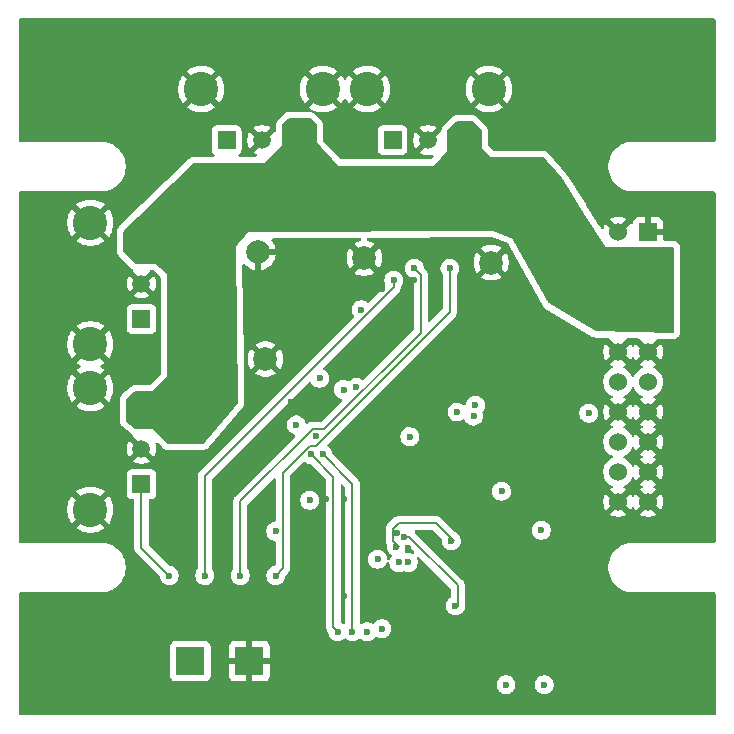
<source format=gbr>
%TF.GenerationSoftware,KiCad,Pcbnew,9.0.6*%
%TF.CreationDate,2026-02-27T09:44:11+00:00*%
%TF.ProjectId,KicadProject,4b696361-6450-4726-9f6a-6563742e6b69,rev?*%
%TF.SameCoordinates,Original*%
%TF.FileFunction,Copper,L6,Bot*%
%TF.FilePolarity,Positive*%
%FSLAX46Y46*%
G04 Gerber Fmt 4.6, Leading zero omitted, Abs format (unit mm)*
G04 Created by KiCad (PCBNEW 9.0.6) date 2026-02-27 09:44:11*
%MOMM*%
%LPD*%
G01*
G04 APERTURE LIST*
G04 Aperture macros list*
%AMRoundRect*
0 Rectangle with rounded corners*
0 $1 Rounding radius*
0 $2 $3 $4 $5 $6 $7 $8 $9 X,Y pos of 4 corners*
0 Add a 4 corners polygon primitive as box body*
4,1,4,$2,$3,$4,$5,$6,$7,$8,$9,$2,$3,0*
0 Add four circle primitives for the rounded corners*
1,1,$1+$1,$2,$3*
1,1,$1+$1,$4,$5*
1,1,$1+$1,$6,$7*
1,1,$1+$1,$8,$9*
0 Add four rect primitives between the rounded corners*
20,1,$1+$1,$2,$3,$4,$5,0*
20,1,$1+$1,$4,$5,$6,$7,0*
20,1,$1+$1,$6,$7,$8,$9,0*
20,1,$1+$1,$8,$9,$2,$3,0*%
G04 Aperture macros list end*
%TA.AperFunction,Conductor*%
%ADD10C,0.200000*%
%TD*%
%TA.AperFunction,ComponentPad*%
%ADD11R,1.520000X1.520000*%
%TD*%
%TA.AperFunction,ComponentPad*%
%ADD12C,1.520000*%
%TD*%
%TA.AperFunction,ComponentPad*%
%ADD13C,2.910000*%
%TD*%
%TA.AperFunction,ComponentPad*%
%ADD14RoundRect,0.250000X-0.750000X0.750000X-0.750000X-0.750000X0.750000X-0.750000X0.750000X0.750000X0*%
%TD*%
%TA.AperFunction,ComponentPad*%
%ADD15C,2.000000*%
%TD*%
%TA.AperFunction,ComponentPad*%
%ADD16RoundRect,0.250000X-1.060660X0.000000X0.000000X-1.060660X1.060660X0.000000X0.000000X1.060660X0*%
%TD*%
%TA.AperFunction,ComponentPad*%
%ADD17R,2.421300X2.421300*%
%TD*%
%TA.AperFunction,ComponentPad*%
%ADD18RoundRect,0.250000X-0.750000X-0.750000X0.750000X-0.750000X0.750000X0.750000X-0.750000X0.750000X0*%
%TD*%
%TA.AperFunction,ComponentPad*%
%ADD19R,1.524000X1.524000*%
%TD*%
%TA.AperFunction,ComponentPad*%
%ADD20C,1.524000*%
%TD*%
%TA.AperFunction,ViaPad*%
%ADD21C,0.600000*%
%TD*%
G04 APERTURE END LIST*
D10*
%TO.N,5v_SERVO*%
X185881360Y-75879941D02*
X185881360Y-77379941D01*
X187777985Y-79374417D01*
X195881186Y-79380115D01*
X197131360Y-78129941D01*
X197131360Y-76379941D01*
X197881360Y-75629941D01*
X199131360Y-75629941D01*
X199881360Y-76379941D01*
X199881360Y-77879941D01*
X200631360Y-78629941D01*
X205131360Y-78629941D01*
X206631360Y-80379941D01*
X208381360Y-83129941D01*
X210381360Y-86250000D01*
X216139543Y-86250000D01*
X216131360Y-93379941D01*
X209631360Y-93250000D01*
X205631360Y-90879941D01*
X202631360Y-85379941D01*
X200881360Y-84747618D01*
X180188208Y-84868734D01*
X179044759Y-86129941D01*
X179246540Y-99379941D01*
X176381360Y-102750000D01*
X173408063Y-102750000D01*
X172121024Y-101500000D01*
X170631360Y-101500000D01*
X169889543Y-100879941D01*
X169889543Y-99129941D01*
X170631360Y-98500000D01*
X172139543Y-98500000D01*
X173389543Y-97212961D01*
X173389543Y-88500000D01*
X172389543Y-87500000D01*
X170639543Y-87500000D01*
X169639543Y-86500000D01*
X169639543Y-84879941D01*
X175621284Y-79129941D01*
X181633555Y-79129941D01*
X183131360Y-77618881D01*
X183131360Y-75879941D01*
X183631360Y-75379941D01*
X185381360Y-75379941D01*
X185881360Y-75879941D01*
%TA.AperFunction,Conductor*%
G36*
X185881360Y-75879941D02*
G01*
X185881360Y-77379941D01*
X187777985Y-79374417D01*
X195881186Y-79380115D01*
X197131360Y-78129941D01*
X197131360Y-76379941D01*
X197881360Y-75629941D01*
X199131360Y-75629941D01*
X199881360Y-76379941D01*
X199881360Y-77879941D01*
X200631360Y-78629941D01*
X205131360Y-78629941D01*
X206631360Y-80379941D01*
X208381360Y-83129941D01*
X210381360Y-86250000D01*
X216139543Y-86250000D01*
X216131360Y-93379941D01*
X209631360Y-93250000D01*
X205631360Y-90879941D01*
X202631360Y-85379941D01*
X200881360Y-84747618D01*
X180188208Y-84868734D01*
X179044759Y-86129941D01*
X179246540Y-99379941D01*
X176381360Y-102750000D01*
X173408063Y-102750000D01*
X172121024Y-101500000D01*
X170631360Y-101500000D01*
X169889543Y-100879941D01*
X169889543Y-99129941D01*
X170631360Y-98500000D01*
X172139543Y-98500000D01*
X173389543Y-97212961D01*
X173389543Y-88500000D01*
X172389543Y-87500000D01*
X170639543Y-87500000D01*
X169639543Y-86500000D01*
X169639543Y-84879941D01*
X175621284Y-79129941D01*
X181633555Y-79129941D01*
X183131360Y-77618881D01*
X183131360Y-75879941D01*
X183631360Y-75379941D01*
X185381360Y-75379941D01*
X185881360Y-75879941D01*
G37*
%TD.AperFunction*%
%TD*%
D11*
%TO.P,J2,1,1*%
%TO.N,Net-(J2-Pad1)*%
X171134250Y-92274941D03*
D12*
%TO.P,J2,2,2*%
%TO.N,GND*%
X171134250Y-89274941D03*
%TO.P,J2,3,3*%
%TO.N,5v_SERVO*%
X171134250Y-86274941D03*
D13*
%TO.P,J2,S1,SHIELD1*%
%TO.N,GND*%
X166814250Y-94424941D03*
%TO.P,J2,S2,SHIELD2*%
X166814250Y-84124941D03*
%TD*%
D14*
%TO.P,C16,1*%
%TO.N,5v_SERVO*%
X190000000Y-82132323D03*
D15*
%TO.P,C16,2*%
%TO.N,GND*%
X190000000Y-87132323D03*
%TD*%
D16*
%TO.P,C18,1*%
%TO.N,5v_SERVO*%
X177482233Y-83091386D03*
D15*
%TO.P,C18,2*%
%TO.N,GND*%
X181017767Y-86626920D03*
%TD*%
D17*
%TO.P,J7,1,01*%
%TO.N,Net-(J7-01)*%
X175273500Y-121238650D03*
%TO.P,J7,2,02*%
%TO.N,GND*%
X180273500Y-121238650D03*
%TD*%
D14*
%TO.P,C19,1*%
%TO.N,5v_SERVO*%
X200750000Y-82500000D03*
D15*
%TO.P,C19,2*%
%TO.N,GND*%
X200750000Y-87500000D03*
%TD*%
D18*
%TO.P,C20,1*%
%TO.N,5v_SERVO*%
X176632323Y-95667505D03*
D15*
%TO.P,C20,2*%
%TO.N,GND*%
X181632323Y-95667505D03*
%TD*%
D11*
%TO.P,J3,1,1*%
%TO.N,Net-(J3-Pad1)*%
X171134250Y-106274941D03*
D12*
%TO.P,J3,2,2*%
%TO.N,GND*%
X171134250Y-103274941D03*
%TO.P,J3,3,3*%
%TO.N,5v_SERVO*%
X171134250Y-100274941D03*
D13*
%TO.P,J3,S1,SHIELD1*%
%TO.N,GND*%
X166814250Y-108424941D03*
%TO.P,J3,S2,SHIELD2*%
X166814250Y-98124941D03*
%TD*%
D19*
%TO.P,J5,01,01*%
%TO.N,GND*%
X214030839Y-84906927D03*
D20*
%TO.P,J5,02,02*%
X211490839Y-84906927D03*
%TO.P,J5,03,03*%
%TO.N,5v_SERVO*%
X214030839Y-87446927D03*
%TO.P,J5,04,04*%
X211490839Y-87446927D03*
%TO.P,J5,05,05*%
X214030839Y-89986927D03*
%TO.P,J5,06,06*%
X211490839Y-89986927D03*
%TO.P,J5,07,07*%
X214030839Y-92526927D03*
%TO.P,J5,08,08*%
X211490839Y-92526927D03*
%TO.P,J5,09,09*%
%TO.N,GND*%
X214030839Y-95066927D03*
%TO.P,J5,10,10*%
X211490839Y-95066927D03*
%TO.P,J5,11,11*%
%TO.N,5V_LOGIC*%
X214030839Y-97606927D03*
%TO.P,J5,12,12*%
X211490839Y-97606927D03*
%TO.P,J5,13,13*%
%TO.N,GND*%
X214030839Y-100146927D03*
%TO.P,J5,14,14*%
X211490839Y-100146927D03*
%TO.P,J5,15,15*%
X214030839Y-102686927D03*
%TO.P,J5,16,16*%
%TO.N,CAN_+*%
X211490839Y-102686927D03*
%TO.P,J5,17,17*%
%TO.N,GND*%
X214030839Y-105226927D03*
%TO.P,J5,18,18*%
%TO.N,CAN_-*%
X211490839Y-105226927D03*
%TO.P,J5,19,19*%
%TO.N,GND*%
X214030839Y-107766927D03*
%TO.P,J5,20,20*%
X211490839Y-107766927D03*
%TD*%
D11*
%TO.P,J4,1,1*%
%TO.N,Net-(J4-Pad1)*%
X192400000Y-77134250D03*
D12*
%TO.P,J4,2,2*%
%TO.N,GND*%
X195400000Y-77134250D03*
%TO.P,J4,3,3*%
%TO.N,5v_SERVO*%
X198400000Y-77134250D03*
D13*
%TO.P,J4,S1,SHIELD1*%
%TO.N,GND*%
X190250000Y-72814250D03*
%TO.P,J4,S2,SHIELD2*%
X200550000Y-72814250D03*
%TD*%
D11*
%TO.P,J6,1,1*%
%TO.N,Net-(J6-Pad1)*%
X178350000Y-77134250D03*
D12*
%TO.P,J6,2,2*%
%TO.N,GND*%
X181350000Y-77134250D03*
%TO.P,J6,3,3*%
%TO.N,5v_SERVO*%
X184350000Y-77134250D03*
D13*
%TO.P,J6,S1,SHIELD1*%
%TO.N,GND*%
X176200000Y-72814250D03*
%TO.P,J6,S2,SHIELD2*%
X186500000Y-72814250D03*
%TD*%
D21*
%TO.N,3.3V*%
X201625000Y-106875000D03*
X191500000Y-118500000D03*
X191126509Y-112623491D03*
X204985229Y-110164536D03*
X199411883Y-99575959D03*
X184250000Y-101250000D03*
X189305756Y-98055756D03*
X193862144Y-102230339D03*
X202000000Y-123250000D03*
X209000000Y-100250000D03*
X182500000Y-110250000D03*
%TO.N,GND*%
X187000000Y-123750000D03*
X197224236Y-117561607D03*
X188250000Y-107500000D03*
X204999595Y-116482473D03*
X203999318Y-117520423D03*
X212490839Y-76851110D03*
X206500000Y-78500000D03*
X186750000Y-107500000D03*
X201971093Y-117552503D03*
X191000000Y-93750000D03*
X168038179Y-81836679D03*
X209750000Y-97250000D03*
X204971093Y-117552503D03*
X201109471Y-100628118D03*
X210959303Y-77552150D03*
X212597667Y-81766927D03*
X185887411Y-102189886D03*
X186250000Y-111500000D03*
X210240839Y-113266927D03*
X207000000Y-93000000D03*
X193690634Y-111648161D03*
X168038179Y-115836679D03*
X194180256Y-89002069D03*
X192811476Y-110431785D03*
X192912410Y-116762723D03*
X183750000Y-115750000D03*
X194250000Y-101250000D03*
X189500000Y-87500000D03*
X188250000Y-115750000D03*
X203735229Y-110414536D03*
X201999595Y-116482473D03*
X202696912Y-97301156D03*
X198724236Y-117561607D03*
X182000000Y-107250000D03*
X212490839Y-110851110D03*
X166288179Y-76920862D03*
X170288179Y-113420862D03*
X214152932Y-110890056D03*
X214240839Y-115766927D03*
X176750000Y-103500000D03*
X207000000Y-104000000D03*
X194250000Y-99750000D03*
X191500000Y-89750000D03*
X182598900Y-102014899D03*
X186000000Y-91000000D03*
X188750000Y-97250000D03*
X210240839Y-79266927D03*
X204750000Y-77250000D03*
X197000000Y-124750000D03*
X186250000Y-113516374D03*
X181500000Y-90250000D03*
X167931351Y-110920862D03*
X188000000Y-77250000D03*
X169569715Y-115135639D03*
X193992643Y-115750654D03*
X205999595Y-116482473D03*
X202999595Y-116482473D03*
X166376086Y-81797733D03*
X209250000Y-101500000D03*
X204027820Y-116450393D03*
X183829748Y-99347243D03*
X178250000Y-102250000D03*
X192808819Y-115643034D03*
X195905529Y-89000000D03*
X205971093Y-117552503D03*
X195724236Y-117561607D03*
X166288179Y-110920862D03*
X194224236Y-117561607D03*
X180750000Y-100000000D03*
X166376086Y-115797733D03*
X185250000Y-106500000D03*
X203750000Y-91750000D03*
X184304832Y-111095320D03*
X210881410Y-80998933D03*
X198750000Y-103250000D03*
X170288179Y-79420862D03*
X210959303Y-111552150D03*
X202471093Y-111052503D03*
X169569715Y-81135639D03*
X188750000Y-95750000D03*
X205750000Y-106250000D03*
X212597667Y-115766927D03*
X210881410Y-114998933D03*
X207517398Y-97400522D03*
X199750000Y-95250000D03*
X172500000Y-104750000D03*
X178750000Y-107250000D03*
X214240839Y-81766927D03*
X192750000Y-118500000D03*
X169647608Y-111688856D03*
X214152932Y-76890056D03*
X203022174Y-94172636D03*
X201250000Y-91500000D03*
X202971093Y-117552503D03*
X169647608Y-77688856D03*
X168250000Y-96250000D03*
X190250000Y-106750000D03*
X208000000Y-79750000D03*
X197500000Y-96750000D03*
X193500000Y-123500000D03*
X190000000Y-112750000D03*
X167931351Y-76920862D03*
%TO.N,Net-(U3-VCC)*%
X197724236Y-116561607D03*
X193360868Y-110698238D03*
%TO.N,SCL*%
X197849607Y-100150393D03*
X186211980Y-97288020D03*
%TO.N,SWDIO*%
X189000000Y-118750000D03*
X186500000Y-103750000D03*
%TO.N,5V_LOGIC*%
X192724236Y-111561607D03*
X193735229Y-112889150D03*
X197374237Y-111061607D03*
X205250000Y-123250000D03*
X192927509Y-112889150D03*
%TO.N,Net-(J2-Pad1)*%
X176500000Y-114000000D03*
X192500000Y-89000000D03*
%TO.N,Net-(J4-Pad1)*%
X197250000Y-88000000D03*
X182500000Y-114000000D03*
%TO.N,Net-(J6-Pad1)*%
X194250000Y-88000000D03*
X179500000Y-114000000D03*
%TO.N,Net-(J3-Pad1)*%
X189750000Y-91500000D03*
X173500000Y-114000000D03*
%TO.N,SDA*%
X188250000Y-98250000D03*
X199250000Y-100500000D03*
%TO.N,NRST*%
X190250000Y-118750000D03*
X185375000Y-107625000D03*
%TO.N,SWCLK*%
X187750000Y-118750000D03*
X185500000Y-103750000D03*
%TD*%
D10*
%TO.N,Net-(U3-VCC)*%
X197928236Y-114833234D02*
X197928236Y-116561607D01*
X193793240Y-110698238D02*
X197928236Y-114833234D01*
X193564868Y-110698238D02*
X193793240Y-110698238D01*
%TO.N,SWDIO*%
X189000000Y-106250000D02*
X189000000Y-118750000D01*
X186500000Y-103750000D02*
X189000000Y-106250000D01*
%TO.N,5V_LOGIC*%
X196078237Y-109561607D02*
X192928236Y-109561607D01*
X192428236Y-111061607D02*
X192928236Y-111561607D01*
X192928236Y-109561607D02*
X192428236Y-110061607D01*
X197578237Y-111061607D02*
X196078237Y-109561607D01*
X192428236Y-110061607D02*
X192428236Y-111061607D01*
%TO.N,Net-(J2-Pad1)*%
X176500000Y-105599943D02*
X192500000Y-89599943D01*
X176500000Y-114000000D02*
X176500000Y-105599943D01*
X192500000Y-89599943D02*
X192500000Y-89000000D01*
%TO.N,Net-(J4-Pad1)*%
X185927240Y-103000000D02*
X197250000Y-91677240D01*
X185400057Y-103000000D02*
X185927240Y-103000000D01*
X183101000Y-105299057D02*
X185400057Y-103000000D01*
X183101000Y-113399000D02*
X183101000Y-105299057D01*
X182500000Y-114000000D02*
X183101000Y-113399000D01*
X197250000Y-91677240D02*
X197250000Y-88000000D01*
%TO.N,Net-(J6-Pad1)*%
X185638468Y-101588886D02*
X186622569Y-101588886D01*
X179500000Y-114000000D02*
X179500000Y-107727354D01*
X194781256Y-93430199D02*
X194781256Y-88531256D01*
X194781256Y-88531256D02*
X194250000Y-88000000D01*
X179500000Y-107727354D02*
X185638468Y-101588886D01*
X186622569Y-101588886D02*
X194781256Y-93430199D01*
%TO.N,Net-(J3-Pad1)*%
X171134250Y-111634250D02*
X171134250Y-106274941D01*
X173500000Y-114000000D02*
X171134250Y-111634250D01*
%TO.N,SWCLK*%
X187390916Y-118390916D02*
X187390916Y-105640916D01*
X187750000Y-118750000D02*
X187390916Y-118390916D01*
X187390916Y-105640916D02*
X185500000Y-103750000D01*
%TD*%
%TA.AperFunction,Conductor*%
%TO.N,GND*%
G36*
X188196619Y-106296300D02*
G01*
X188203097Y-106302332D01*
X188363181Y-106462416D01*
X188396666Y-106523739D01*
X188399500Y-106550097D01*
X188399500Y-117989240D01*
X188398115Y-117993954D01*
X188399134Y-117998762D01*
X188388367Y-118027151D01*
X188379815Y-118056279D01*
X188376101Y-118059496D01*
X188374359Y-118064092D01*
X188349950Y-118082157D01*
X188327011Y-118102034D01*
X188322148Y-118102733D01*
X188318198Y-118105657D01*
X188287903Y-118107657D01*
X188257853Y-118111978D01*
X188252038Y-118110025D01*
X188248480Y-118110260D01*
X188232948Y-118103613D01*
X188215479Y-118097746D01*
X188210924Y-118095226D01*
X188129179Y-118040606D01*
X188061511Y-118012577D01*
X188055395Y-118009194D01*
X188035541Y-117989122D01*
X188013560Y-117971408D01*
X188011297Y-117964611D01*
X188006261Y-117959519D01*
X188000410Y-117931900D01*
X187991495Y-117905113D01*
X187991416Y-117900688D01*
X187991416Y-106390013D01*
X188011101Y-106322974D01*
X188063905Y-106277219D01*
X188133063Y-106267275D01*
X188196619Y-106296300D01*
G37*
%TD.AperFunction*%
%TA.AperFunction,Conductor*%
G36*
X193677856Y-111463006D02*
G01*
X193686068Y-111462896D01*
X193709168Y-111477306D01*
X193733940Y-111488619D01*
X193740418Y-111494651D01*
X194204711Y-111958944D01*
X194238196Y-112020267D01*
X194233212Y-112089959D01*
X194191340Y-112145892D01*
X194125876Y-112170309D01*
X194069578Y-112161186D01*
X193968730Y-112119414D01*
X193968718Y-112119411D01*
X193814074Y-112088650D01*
X193814071Y-112088650D01*
X193656387Y-112088650D01*
X193656382Y-112088650D01*
X193574412Y-112104955D01*
X193504820Y-112098728D01*
X193449643Y-112055865D01*
X193426399Y-111989975D01*
X193435660Y-111935886D01*
X193469679Y-111853755D01*
X193493973Y-111795104D01*
X193513042Y-111699237D01*
X193528737Y-111640665D01*
X193528737Y-111574301D01*
X193529773Y-111566337D01*
X193540751Y-111541415D01*
X193548422Y-111515293D01*
X193554627Y-111509915D01*
X193557940Y-111502397D01*
X193580650Y-111487366D01*
X193601226Y-111469538D01*
X193609355Y-111468369D01*
X193616205Y-111463836D01*
X193643429Y-111463469D01*
X193670384Y-111459594D01*
X193677856Y-111463006D01*
G37*
%TD.AperFunction*%
%TA.AperFunction,Conductor*%
G36*
X213557458Y-105423008D02*
G01*
X213624337Y-105538847D01*
X213718919Y-105633429D01*
X213834758Y-105700308D01*
X213894896Y-105716421D01*
X213332122Y-106279195D01*
X213332122Y-106279196D01*
X213369406Y-106306285D01*
X213526721Y-106386442D01*
X213577517Y-106434417D01*
X213594312Y-106502238D01*
X213571774Y-106568373D01*
X213526721Y-106607412D01*
X213369403Y-106687570D01*
X213332122Y-106714656D01*
X213332121Y-106714657D01*
X213894897Y-107277431D01*
X213834758Y-107293546D01*
X213718919Y-107360425D01*
X213624337Y-107455007D01*
X213557458Y-107570846D01*
X213541343Y-107630984D01*
X212978569Y-107068209D01*
X212978568Y-107068210D01*
X212951482Y-107105491D01*
X212871324Y-107262809D01*
X212823349Y-107313605D01*
X212755528Y-107330400D01*
X212689393Y-107307862D01*
X212650354Y-107262809D01*
X212570197Y-107105494D01*
X212543107Y-107068210D01*
X211980333Y-107630984D01*
X211964220Y-107570846D01*
X211897341Y-107455007D01*
X211802759Y-107360425D01*
X211686920Y-107293546D01*
X211626781Y-107277431D01*
X212189555Y-106714658D01*
X212189554Y-106714657D01*
X212152271Y-106687568D01*
X211995507Y-106607692D01*
X211944711Y-106559717D01*
X211927916Y-106491896D01*
X211950454Y-106425761D01*
X211995506Y-106386723D01*
X212152533Y-106306714D01*
X212313303Y-106189908D01*
X212453820Y-106049391D01*
X212570626Y-105888621D01*
X212650635Y-105731594D01*
X212698608Y-105680799D01*
X212766429Y-105664004D01*
X212832564Y-105686541D01*
X212871604Y-105731595D01*
X212951480Y-105888359D01*
X212978569Y-105925642D01*
X212978570Y-105925643D01*
X213541343Y-105362869D01*
X213557458Y-105423008D01*
G37*
%TD.AperFunction*%
%TA.AperFunction,Conductor*%
G36*
X213557458Y-102883008D02*
G01*
X213624337Y-102998847D01*
X213718919Y-103093429D01*
X213834758Y-103160308D01*
X213894896Y-103176421D01*
X213332122Y-103739195D01*
X213332122Y-103739196D01*
X213369406Y-103766285D01*
X213526721Y-103846442D01*
X213577517Y-103894417D01*
X213594312Y-103962238D01*
X213571774Y-104028373D01*
X213526721Y-104067412D01*
X213369403Y-104147570D01*
X213332122Y-104174656D01*
X213332121Y-104174657D01*
X213894897Y-104737431D01*
X213834758Y-104753546D01*
X213718919Y-104820425D01*
X213624337Y-104915007D01*
X213557458Y-105030846D01*
X213541343Y-105090984D01*
X212978569Y-104528209D01*
X212978568Y-104528210D01*
X212951480Y-104565493D01*
X212871603Y-104722259D01*
X212823629Y-104773054D01*
X212755808Y-104789849D01*
X212689673Y-104767311D01*
X212650635Y-104722259D01*
X212570626Y-104565233D01*
X212453820Y-104404463D01*
X212313303Y-104263946D01*
X212152533Y-104147140D01*
X211996057Y-104067411D01*
X211945262Y-104019437D01*
X211928467Y-103951616D01*
X211951004Y-103885481D01*
X211996057Y-103846442D01*
X212152533Y-103766714D01*
X212313303Y-103649908D01*
X212453820Y-103509391D01*
X212570626Y-103348621D01*
X212650635Y-103191594D01*
X212698608Y-103140799D01*
X212766429Y-103124004D01*
X212832564Y-103146541D01*
X212871604Y-103191595D01*
X212951480Y-103348359D01*
X212978569Y-103385642D01*
X212978570Y-103385643D01*
X213541343Y-102822869D01*
X213557458Y-102883008D01*
G37*
%TD.AperFunction*%
%TA.AperFunction,Conductor*%
G36*
X213557458Y-100343008D02*
G01*
X213624337Y-100458847D01*
X213718919Y-100553429D01*
X213834758Y-100620308D01*
X213894896Y-100636421D01*
X213332122Y-101199195D01*
X213332122Y-101199196D01*
X213369406Y-101226285D01*
X213526721Y-101306442D01*
X213577517Y-101354417D01*
X213594312Y-101422238D01*
X213571774Y-101488373D01*
X213526721Y-101527412D01*
X213369403Y-101607570D01*
X213332122Y-101634656D01*
X213332121Y-101634657D01*
X213894897Y-102197431D01*
X213834758Y-102213546D01*
X213718919Y-102280425D01*
X213624337Y-102375007D01*
X213557458Y-102490846D01*
X213541343Y-102550984D01*
X212978569Y-101988209D01*
X212978568Y-101988210D01*
X212951480Y-102025493D01*
X212871603Y-102182259D01*
X212823629Y-102233054D01*
X212755808Y-102249849D01*
X212689673Y-102227311D01*
X212650635Y-102182259D01*
X212570626Y-102025233D01*
X212453820Y-101864463D01*
X212313303Y-101723946D01*
X212152533Y-101607140D01*
X211995506Y-101527130D01*
X211944711Y-101479156D01*
X211927916Y-101411335D01*
X211950453Y-101345200D01*
X211995508Y-101306161D01*
X212152261Y-101226291D01*
X212189555Y-101199195D01*
X211626781Y-100636421D01*
X211686920Y-100620308D01*
X211802759Y-100553429D01*
X211897341Y-100458847D01*
X211964220Y-100343008D01*
X211980334Y-100282869D01*
X212543107Y-100845642D01*
X212570201Y-100808352D01*
X212650354Y-100651044D01*
X212698328Y-100600248D01*
X212766149Y-100583453D01*
X212832284Y-100605990D01*
X212871324Y-100651044D01*
X212951480Y-100808359D01*
X212978569Y-100845642D01*
X212978570Y-100845643D01*
X213541343Y-100282869D01*
X213557458Y-100343008D01*
G37*
%TD.AperFunction*%
%TA.AperFunction,Conductor*%
G36*
X212832285Y-98067092D02*
G01*
X212871323Y-98112145D01*
X212951052Y-98268621D01*
X213067858Y-98429391D01*
X213208375Y-98569908D01*
X213369145Y-98686714D01*
X213526171Y-98766723D01*
X213576966Y-98814696D01*
X213593761Y-98882517D01*
X213571224Y-98948652D01*
X213526171Y-98987691D01*
X213369405Y-99067568D01*
X213332122Y-99094656D01*
X213332121Y-99094657D01*
X213894897Y-99657431D01*
X213834758Y-99673546D01*
X213718919Y-99740425D01*
X213624337Y-99835007D01*
X213557458Y-99950846D01*
X213541343Y-100010984D01*
X212978569Y-99448209D01*
X212978568Y-99448210D01*
X212951482Y-99485491D01*
X212871324Y-99642809D01*
X212823349Y-99693605D01*
X212755528Y-99710400D01*
X212689393Y-99687862D01*
X212650354Y-99642809D01*
X212570197Y-99485494D01*
X212543107Y-99448210D01*
X211980333Y-100010984D01*
X211964220Y-99950846D01*
X211897341Y-99835007D01*
X211802759Y-99740425D01*
X211686920Y-99673546D01*
X211626781Y-99657431D01*
X212189555Y-99094658D01*
X212189554Y-99094657D01*
X212152271Y-99067568D01*
X211995507Y-98987692D01*
X211944711Y-98939717D01*
X211927916Y-98871896D01*
X211950454Y-98805761D01*
X211995506Y-98766723D01*
X212152533Y-98686714D01*
X212313303Y-98569908D01*
X212453820Y-98429391D01*
X212570626Y-98268621D01*
X212650354Y-98112145D01*
X212698329Y-98061350D01*
X212766150Y-98044555D01*
X212832285Y-98067092D01*
G37*
%TD.AperFunction*%
%TA.AperFunction,Conductor*%
G36*
X213557458Y-95263008D02*
G01*
X213624337Y-95378847D01*
X213718919Y-95473429D01*
X213834758Y-95540308D01*
X213894896Y-95556421D01*
X213332122Y-96119195D01*
X213332122Y-96119196D01*
X213369406Y-96146285D01*
X213526170Y-96226161D01*
X213576966Y-96274136D01*
X213593761Y-96341957D01*
X213571223Y-96408092D01*
X213526170Y-96447131D01*
X213369144Y-96527140D01*
X213208372Y-96643948D01*
X213067860Y-96784460D01*
X212951052Y-96945232D01*
X212871324Y-97101707D01*
X212823349Y-97152503D01*
X212755528Y-97169298D01*
X212689393Y-97146760D01*
X212650354Y-97101707D01*
X212617109Y-97036461D01*
X212570626Y-96945233D01*
X212453820Y-96784463D01*
X212313303Y-96643946D01*
X212152533Y-96527140D01*
X211995506Y-96447130D01*
X211944711Y-96399156D01*
X211927916Y-96331335D01*
X211950453Y-96265200D01*
X211995508Y-96226161D01*
X212152261Y-96146291D01*
X212189555Y-96119195D01*
X211626781Y-95556421D01*
X211686920Y-95540308D01*
X211802759Y-95473429D01*
X211897341Y-95378847D01*
X211964220Y-95263008D01*
X211980334Y-95202869D01*
X212543107Y-95765642D01*
X212570201Y-95728352D01*
X212650354Y-95571044D01*
X212698328Y-95520248D01*
X212766149Y-95503453D01*
X212832284Y-95525990D01*
X212871324Y-95571044D01*
X212951480Y-95728359D01*
X212978569Y-95765642D01*
X212978570Y-95765643D01*
X213541343Y-95202869D01*
X213557458Y-95263008D01*
G37*
%TD.AperFunction*%
%TA.AperFunction,Conductor*%
G36*
X213207353Y-93927108D02*
G01*
X213273982Y-93948127D01*
X213315564Y-93998100D01*
X213894897Y-94577431D01*
X213834758Y-94593546D01*
X213718919Y-94660425D01*
X213624337Y-94755007D01*
X213557458Y-94870846D01*
X213541343Y-94930984D01*
X212978569Y-94368209D01*
X212978568Y-94368210D01*
X212951482Y-94405491D01*
X212871324Y-94562809D01*
X212823349Y-94613605D01*
X212755528Y-94630400D01*
X212689393Y-94607862D01*
X212650354Y-94562809D01*
X212570197Y-94405494D01*
X212543107Y-94368210D01*
X211980333Y-94930984D01*
X211964220Y-94870846D01*
X211897341Y-94755007D01*
X211802759Y-94660425D01*
X211686920Y-94593546D01*
X211626780Y-94577431D01*
X212199926Y-94004286D01*
X212206150Y-93974656D01*
X212255199Y-93924898D01*
X212317879Y-93909326D01*
X213207353Y-93927108D01*
G37*
%TD.AperFunction*%
%TA.AperFunction,Conductor*%
G36*
X219682869Y-66856894D02*
G01*
X219728624Y-66909698D01*
X219739830Y-66961209D01*
X219739830Y-77141646D01*
X219720145Y-77208685D01*
X219667341Y-77254440D01*
X219615830Y-77265646D01*
X212814123Y-77265646D01*
X212813813Y-77265554D01*
X212624992Y-77265550D01*
X212624991Y-77265550D01*
X212624987Y-77265550D01*
X212351982Y-77301484D01*
X212241430Y-77331103D01*
X212086002Y-77372745D01*
X212085991Y-77372749D01*
X211831609Y-77478110D01*
X211831593Y-77478118D01*
X211593131Y-77615787D01*
X211593128Y-77615789D01*
X211374671Y-77783410D01*
X211374662Y-77783418D01*
X211179963Y-77978113D01*
X211179953Y-77978124D01*
X211012329Y-78196568D01*
X211012324Y-78196575D01*
X210874645Y-78435039D01*
X210874644Y-78435041D01*
X210873926Y-78436774D01*
X210769265Y-78689442D01*
X210697996Y-78955419D01*
X210662054Y-79228412D01*
X210662054Y-79503787D01*
X210697996Y-79776780D01*
X210697997Y-79776784D01*
X210769266Y-80042760D01*
X210874644Y-80297159D01*
X210877475Y-80302062D01*
X211012324Y-80535624D01*
X211012329Y-80535631D01*
X211179953Y-80754075D01*
X211179963Y-80754086D01*
X211374662Y-80948781D01*
X211374671Y-80948789D01*
X211593128Y-81116410D01*
X211593131Y-81116412D01*
X211597058Y-81118679D01*
X211831601Y-81254086D01*
X212086003Y-81359455D01*
X212351982Y-81430716D01*
X212624987Y-81466650D01*
X212762663Y-81466646D01*
X212762668Y-81466646D01*
X219615830Y-81466646D01*
X219682869Y-81486331D01*
X219728624Y-81539135D01*
X219739830Y-81590646D01*
X219739830Y-111082772D01*
X219720145Y-111149811D01*
X219667341Y-111195566D01*
X219615830Y-111206772D01*
X212828535Y-111206772D01*
X212828528Y-111206770D01*
X212762636Y-111206772D01*
X212689239Y-111206772D01*
X212688347Y-111206829D01*
X212624966Y-111206831D01*
X212351985Y-111242778D01*
X212351977Y-111242780D01*
X212086031Y-111314047D01*
X212086029Y-111314047D01*
X212086028Y-111314048D01*
X211831651Y-111419422D01*
X211831648Y-111419423D01*
X211831647Y-111419424D01*
X211831641Y-111419427D01*
X211593194Y-111557101D01*
X211374774Y-111724708D01*
X211374762Y-111724718D01*
X211180081Y-111919404D01*
X211180076Y-111919410D01*
X211012464Y-112137849D01*
X211012460Y-112137856D01*
X210874793Y-112376308D01*
X210829636Y-112485331D01*
X210769427Y-112630691D01*
X210698166Y-112896642D01*
X210662228Y-113169629D01*
X210662228Y-113444970D01*
X210698166Y-113717957D01*
X210765683Y-113969934D01*
X210769428Y-113983911D01*
X210874793Y-114238292D01*
X211012460Y-114476744D01*
X211012462Y-114476746D01*
X211012464Y-114476750D01*
X211180076Y-114695189D01*
X211180081Y-114695195D01*
X211326262Y-114841380D01*
X211374765Y-114889884D01*
X211374772Y-114889889D01*
X211374774Y-114889891D01*
X211593194Y-115057498D01*
X211593198Y-115057500D01*
X211593203Y-115057504D01*
X211831651Y-115195178D01*
X212086028Y-115300552D01*
X212351984Y-115371821D01*
X212624966Y-115407768D01*
X212696751Y-115407770D01*
X212696759Y-115407772D01*
X212762636Y-115407772D01*
X212828528Y-115407774D01*
X212828531Y-115407772D01*
X212837151Y-115407773D01*
X212837180Y-115407772D01*
X219615830Y-115407772D01*
X219682869Y-115427457D01*
X219728624Y-115480261D01*
X219739830Y-115531772D01*
X219739830Y-125712209D01*
X219720145Y-125779248D01*
X219667341Y-125825003D01*
X219615830Y-125836209D01*
X160864830Y-125836209D01*
X160797791Y-125816524D01*
X160752036Y-125763720D01*
X160740830Y-125712209D01*
X160740830Y-123171153D01*
X201199500Y-123171153D01*
X201199500Y-123328846D01*
X201230261Y-123483489D01*
X201230264Y-123483501D01*
X201290602Y-123629172D01*
X201290609Y-123629185D01*
X201378210Y-123760288D01*
X201378213Y-123760292D01*
X201489707Y-123871786D01*
X201489711Y-123871789D01*
X201620814Y-123959390D01*
X201620827Y-123959397D01*
X201766498Y-124019735D01*
X201766503Y-124019737D01*
X201921153Y-124050499D01*
X201921156Y-124050500D01*
X201921158Y-124050500D01*
X202078844Y-124050500D01*
X202078845Y-124050499D01*
X202233497Y-124019737D01*
X202379179Y-123959394D01*
X202510289Y-123871789D01*
X202621789Y-123760289D01*
X202709394Y-123629179D01*
X202769737Y-123483497D01*
X202800500Y-123328842D01*
X202800500Y-123171158D01*
X202800500Y-123171155D01*
X202800499Y-123171153D01*
X204449500Y-123171153D01*
X204449500Y-123328846D01*
X204480261Y-123483489D01*
X204480264Y-123483501D01*
X204540602Y-123629172D01*
X204540609Y-123629185D01*
X204628210Y-123760288D01*
X204628213Y-123760292D01*
X204739707Y-123871786D01*
X204739711Y-123871789D01*
X204870814Y-123959390D01*
X204870827Y-123959397D01*
X205016498Y-124019735D01*
X205016503Y-124019737D01*
X205171153Y-124050499D01*
X205171156Y-124050500D01*
X205171158Y-124050500D01*
X205328844Y-124050500D01*
X205328845Y-124050499D01*
X205483497Y-124019737D01*
X205629179Y-123959394D01*
X205760289Y-123871789D01*
X205871789Y-123760289D01*
X205959394Y-123629179D01*
X206019737Y-123483497D01*
X206050500Y-123328842D01*
X206050500Y-123171158D01*
X206050500Y-123171155D01*
X206050499Y-123171153D01*
X206019738Y-123016510D01*
X206019737Y-123016503D01*
X205991901Y-122949300D01*
X205959397Y-122870827D01*
X205959390Y-122870814D01*
X205871789Y-122739711D01*
X205871786Y-122739707D01*
X205760292Y-122628213D01*
X205760288Y-122628210D01*
X205629185Y-122540609D01*
X205629172Y-122540602D01*
X205483501Y-122480264D01*
X205483489Y-122480261D01*
X205328845Y-122449500D01*
X205328842Y-122449500D01*
X205171158Y-122449500D01*
X205171155Y-122449500D01*
X205016510Y-122480261D01*
X205016498Y-122480264D01*
X204870827Y-122540602D01*
X204870814Y-122540609D01*
X204739711Y-122628210D01*
X204739707Y-122628213D01*
X204628213Y-122739707D01*
X204628210Y-122739711D01*
X204540609Y-122870814D01*
X204540602Y-122870827D01*
X204480264Y-123016498D01*
X204480261Y-123016510D01*
X204449500Y-123171153D01*
X202800499Y-123171153D01*
X202769738Y-123016510D01*
X202769737Y-123016503D01*
X202741901Y-122949300D01*
X202709397Y-122870827D01*
X202709390Y-122870814D01*
X202621789Y-122739711D01*
X202621786Y-122739707D01*
X202510292Y-122628213D01*
X202510288Y-122628210D01*
X202379185Y-122540609D01*
X202379172Y-122540602D01*
X202233501Y-122480264D01*
X202233489Y-122480261D01*
X202078845Y-122449500D01*
X202078842Y-122449500D01*
X201921158Y-122449500D01*
X201921155Y-122449500D01*
X201766510Y-122480261D01*
X201766498Y-122480264D01*
X201620827Y-122540602D01*
X201620814Y-122540609D01*
X201489711Y-122628210D01*
X201489707Y-122628213D01*
X201378213Y-122739707D01*
X201378210Y-122739711D01*
X201290609Y-122870814D01*
X201290602Y-122870827D01*
X201230264Y-123016498D01*
X201230261Y-123016510D01*
X201199500Y-123171153D01*
X160740830Y-123171153D01*
X160740830Y-119980135D01*
X173562350Y-119980135D01*
X173562350Y-122497170D01*
X173562351Y-122497176D01*
X173568758Y-122556783D01*
X173619052Y-122691628D01*
X173619056Y-122691635D01*
X173705302Y-122806844D01*
X173705305Y-122806847D01*
X173820514Y-122893093D01*
X173820521Y-122893097D01*
X173955367Y-122943391D01*
X173955366Y-122943391D01*
X173962294Y-122944135D01*
X174014977Y-122949800D01*
X176532022Y-122949799D01*
X176591633Y-122943391D01*
X176726481Y-122893096D01*
X176841696Y-122806846D01*
X176927946Y-122691631D01*
X176978241Y-122556783D01*
X176984650Y-122497173D01*
X176984649Y-121159158D01*
X176984649Y-119980155D01*
X178562850Y-119980155D01*
X178562850Y-120988650D01*
X179503455Y-120988650D01*
X179497417Y-121003228D01*
X179466400Y-121159158D01*
X179466400Y-121318142D01*
X179497417Y-121474072D01*
X179503455Y-121488650D01*
X178562850Y-121488650D01*
X178562850Y-122497144D01*
X178569251Y-122556672D01*
X178569253Y-122556679D01*
X178619495Y-122691386D01*
X178619499Y-122691393D01*
X178705659Y-122806487D01*
X178705662Y-122806490D01*
X178820756Y-122892650D01*
X178820763Y-122892654D01*
X178955470Y-122942896D01*
X178955477Y-122942898D01*
X179015005Y-122949299D01*
X179015022Y-122949300D01*
X180023500Y-122949300D01*
X180023500Y-122008694D01*
X180038078Y-122014733D01*
X180194008Y-122045750D01*
X180352992Y-122045750D01*
X180508922Y-122014733D01*
X180523500Y-122008694D01*
X180523500Y-122949300D01*
X181531978Y-122949300D01*
X181531994Y-122949299D01*
X181591522Y-122942898D01*
X181591529Y-122942896D01*
X181726236Y-122892654D01*
X181726243Y-122892650D01*
X181841337Y-122806490D01*
X181841340Y-122806487D01*
X181927500Y-122691393D01*
X181927504Y-122691386D01*
X181977746Y-122556679D01*
X181977748Y-122556672D01*
X181984149Y-122497144D01*
X181984150Y-122497127D01*
X181984150Y-121488650D01*
X181043545Y-121488650D01*
X181049583Y-121474072D01*
X181080600Y-121318142D01*
X181080600Y-121159158D01*
X181049583Y-121003228D01*
X181043545Y-120988650D01*
X181984150Y-120988650D01*
X181984150Y-119980172D01*
X181984149Y-119980155D01*
X181977748Y-119920627D01*
X181977746Y-119920620D01*
X181927504Y-119785913D01*
X181927500Y-119785906D01*
X181841340Y-119670812D01*
X181841337Y-119670809D01*
X181726243Y-119584649D01*
X181726236Y-119584645D01*
X181591529Y-119534403D01*
X181591522Y-119534401D01*
X181531994Y-119528000D01*
X180523500Y-119528000D01*
X180523500Y-120468605D01*
X180508922Y-120462567D01*
X180352992Y-120431550D01*
X180194008Y-120431550D01*
X180038078Y-120462567D01*
X180023500Y-120468605D01*
X180023500Y-119528000D01*
X179015005Y-119528000D01*
X178955477Y-119534401D01*
X178955470Y-119534403D01*
X178820763Y-119584645D01*
X178820756Y-119584649D01*
X178705662Y-119670809D01*
X178705659Y-119670812D01*
X178619499Y-119785906D01*
X178619495Y-119785913D01*
X178569253Y-119920620D01*
X178569251Y-119920627D01*
X178562850Y-119980155D01*
X176984649Y-119980155D01*
X176984649Y-119980129D01*
X176984648Y-119980123D01*
X176984647Y-119980116D01*
X176978241Y-119920517D01*
X176928034Y-119785906D01*
X176927947Y-119785671D01*
X176927943Y-119785664D01*
X176841697Y-119670455D01*
X176841694Y-119670452D01*
X176726485Y-119584206D01*
X176726478Y-119584202D01*
X176591632Y-119533908D01*
X176591633Y-119533908D01*
X176532033Y-119527501D01*
X176532031Y-119527500D01*
X176532023Y-119527500D01*
X176532014Y-119527500D01*
X174014979Y-119527500D01*
X174014973Y-119527501D01*
X173955366Y-119533908D01*
X173820521Y-119584202D01*
X173820514Y-119584206D01*
X173705305Y-119670452D01*
X173705302Y-119670455D01*
X173619056Y-119785664D01*
X173619052Y-119785671D01*
X173568758Y-119920517D01*
X173562351Y-119980116D01*
X173562351Y-119980123D01*
X173562350Y-119980135D01*
X160740830Y-119980135D01*
X160740830Y-115531772D01*
X160760515Y-115464733D01*
X160813319Y-115418978D01*
X160864830Y-115407772D01*
X167666561Y-115407772D01*
X167666741Y-115407825D01*
X167717981Y-115407827D01*
X167717981Y-115407828D01*
X167855661Y-115407835D01*
X168128669Y-115371908D01*
X168128678Y-115371905D01*
X168128681Y-115371905D01*
X168394644Y-115300654D01*
X168394644Y-115300653D01*
X168394651Y-115300652D01*
X168589876Y-115219796D01*
X168649048Y-115195290D01*
X168649048Y-115195289D01*
X168649057Y-115195286D01*
X168887532Y-115057614D01*
X169105997Y-114889992D01*
X169300713Y-114695288D01*
X169357113Y-114621789D01*
X169468337Y-114476846D01*
X169468340Y-114476841D01*
X169468347Y-114476832D01*
X169606033Y-114238365D01*
X169711413Y-113983965D01*
X169782684Y-113717987D01*
X169818628Y-113444981D01*
X169818628Y-113169620D01*
X169782685Y-112896614D01*
X169774953Y-112867761D01*
X169715190Y-112644731D01*
X169711413Y-112630636D01*
X169694321Y-112589374D01*
X169606039Y-112376248D01*
X169606031Y-112376233D01*
X169468348Y-112137769D01*
X169468345Y-112137765D01*
X169468338Y-112137754D01*
X169300721Y-111919321D01*
X169300720Y-111919320D01*
X169300717Y-111919317D01*
X169300714Y-111919313D01*
X169105998Y-111724609D01*
X169105993Y-111724605D01*
X169105992Y-111724604D01*
X168887536Y-111556987D01*
X168686262Y-111440792D01*
X168649058Y-111419314D01*
X168649056Y-111419313D01*
X168649054Y-111419312D01*
X168649050Y-111419310D01*
X168394646Y-111313946D01*
X168128682Y-111242694D01*
X168128671Y-111242692D01*
X167855666Y-111206765D01*
X167855663Y-111206765D01*
X167717982Y-111206772D01*
X160864830Y-111206772D01*
X160797791Y-111187087D01*
X160752036Y-111134283D01*
X160740830Y-111082772D01*
X160740830Y-108296803D01*
X164859250Y-108296803D01*
X164859250Y-108553078D01*
X164892698Y-108807150D01*
X164892701Y-108807163D01*
X164959029Y-109054706D01*
X165057099Y-109291467D01*
X165057101Y-109291471D01*
X165185239Y-109513410D01*
X165185240Y-109513411D01*
X165266424Y-109619212D01*
X165802786Y-109082849D01*
X165895128Y-109209946D01*
X166029245Y-109344063D01*
X166156339Y-109436402D01*
X165619977Y-109972764D01*
X165619977Y-109972765D01*
X165725779Y-110053950D01*
X165725780Y-110053951D01*
X165947719Y-110182089D01*
X165947723Y-110182091D01*
X166184484Y-110280161D01*
X166432027Y-110346489D01*
X166432040Y-110346492D01*
X166686112Y-110379941D01*
X166942388Y-110379941D01*
X167196459Y-110346492D01*
X167196472Y-110346489D01*
X167444015Y-110280161D01*
X167680776Y-110182091D01*
X167680780Y-110182089D01*
X167902729Y-110053946D01*
X168008521Y-109972767D01*
X168008521Y-109972764D01*
X167472159Y-109436403D01*
X167599255Y-109344063D01*
X167733372Y-109209946D01*
X167825712Y-109082851D01*
X168362073Y-109619212D01*
X168362076Y-109619212D01*
X168443255Y-109513420D01*
X168571398Y-109291471D01*
X168571400Y-109291467D01*
X168669470Y-109054706D01*
X168735798Y-108807163D01*
X168735801Y-108807150D01*
X168769250Y-108553078D01*
X168769250Y-108296803D01*
X168735801Y-108042731D01*
X168735798Y-108042718D01*
X168669470Y-107795175D01*
X168571400Y-107558414D01*
X168571398Y-107558410D01*
X168443260Y-107336471D01*
X168443259Y-107336470D01*
X168362074Y-107230668D01*
X168362073Y-107230668D01*
X167825711Y-107767030D01*
X167733372Y-107639936D01*
X167599255Y-107505819D01*
X167472158Y-107413477D01*
X168008521Y-106877115D01*
X167902720Y-106795931D01*
X167902719Y-106795930D01*
X167680780Y-106667792D01*
X167680776Y-106667790D01*
X167444015Y-106569720D01*
X167196472Y-106503392D01*
X167196459Y-106503389D01*
X166942388Y-106469941D01*
X166686112Y-106469941D01*
X166432040Y-106503389D01*
X166432027Y-106503392D01*
X166184484Y-106569720D01*
X165947723Y-106667790D01*
X165947719Y-106667792D01*
X165725780Y-106795930D01*
X165725770Y-106795936D01*
X165619977Y-106877114D01*
X165619977Y-106877115D01*
X166156340Y-107413478D01*
X166029245Y-107505819D01*
X165895128Y-107639936D01*
X165802787Y-107767031D01*
X165266424Y-107230668D01*
X165266423Y-107230668D01*
X165185245Y-107336461D01*
X165185239Y-107336471D01*
X165057101Y-107558410D01*
X165057099Y-107558414D01*
X164959029Y-107795175D01*
X164892701Y-108042718D01*
X164892698Y-108042731D01*
X164859250Y-108296803D01*
X160740830Y-108296803D01*
X160740830Y-105467076D01*
X169873750Y-105467076D01*
X169873750Y-107082811D01*
X169873751Y-107082817D01*
X169880158Y-107142424D01*
X169930452Y-107277269D01*
X169930456Y-107277276D01*
X170016702Y-107392485D01*
X170016705Y-107392488D01*
X170131914Y-107478734D01*
X170131921Y-107478738D01*
X170176868Y-107495502D01*
X170266767Y-107529032D01*
X170326377Y-107535441D01*
X170409751Y-107535440D01*
X170476788Y-107555124D01*
X170522544Y-107607927D01*
X170533750Y-107659440D01*
X170533750Y-111547580D01*
X170533749Y-111547598D01*
X170533749Y-111713304D01*
X170533748Y-111713304D01*
X170574673Y-111866035D01*
X170602419Y-111914093D01*
X170602422Y-111914097D01*
X170653729Y-112002964D01*
X170653731Y-112002967D01*
X170772599Y-112121835D01*
X170772605Y-112121840D01*
X172665425Y-114014660D01*
X172698910Y-114075983D01*
X172699361Y-114078149D01*
X172730261Y-114233491D01*
X172730264Y-114233501D01*
X172790602Y-114379172D01*
X172790609Y-114379185D01*
X172878210Y-114510288D01*
X172878213Y-114510292D01*
X172989707Y-114621786D01*
X172989711Y-114621789D01*
X173120814Y-114709390D01*
X173120827Y-114709397D01*
X173228942Y-114754179D01*
X173266503Y-114769737D01*
X173421153Y-114800499D01*
X173421156Y-114800500D01*
X173421158Y-114800500D01*
X173578844Y-114800500D01*
X173578845Y-114800499D01*
X173733497Y-114769737D01*
X173846166Y-114723067D01*
X173879172Y-114709397D01*
X173879172Y-114709396D01*
X173879179Y-114709394D01*
X174010289Y-114621789D01*
X174121789Y-114510289D01*
X174209394Y-114379179D01*
X174269737Y-114233497D01*
X174300500Y-114078842D01*
X174300500Y-113921158D01*
X174300500Y-113921155D01*
X174300499Y-113921153D01*
X175699500Y-113921153D01*
X175699500Y-114078846D01*
X175730261Y-114233489D01*
X175730264Y-114233501D01*
X175790602Y-114379172D01*
X175790609Y-114379185D01*
X175878210Y-114510288D01*
X175878213Y-114510292D01*
X175989707Y-114621786D01*
X175989711Y-114621789D01*
X176120814Y-114709390D01*
X176120827Y-114709397D01*
X176228942Y-114754179D01*
X176266503Y-114769737D01*
X176421153Y-114800499D01*
X176421156Y-114800500D01*
X176421158Y-114800500D01*
X176578844Y-114800500D01*
X176578845Y-114800499D01*
X176733497Y-114769737D01*
X176846166Y-114723067D01*
X176879172Y-114709397D01*
X176879172Y-114709396D01*
X176879179Y-114709394D01*
X177010289Y-114621789D01*
X177121789Y-114510289D01*
X177209394Y-114379179D01*
X177269737Y-114233497D01*
X177300500Y-114078842D01*
X177300500Y-113921158D01*
X177300500Y-113921155D01*
X177300499Y-113921153D01*
X178699500Y-113921153D01*
X178699500Y-114078846D01*
X178730261Y-114233489D01*
X178730264Y-114233501D01*
X178790602Y-114379172D01*
X178790609Y-114379185D01*
X178878210Y-114510288D01*
X178878213Y-114510292D01*
X178989707Y-114621786D01*
X178989711Y-114621789D01*
X179120814Y-114709390D01*
X179120827Y-114709397D01*
X179228942Y-114754179D01*
X179266503Y-114769737D01*
X179421153Y-114800499D01*
X179421156Y-114800500D01*
X179421158Y-114800500D01*
X179578844Y-114800500D01*
X179578845Y-114800499D01*
X179733497Y-114769737D01*
X179846166Y-114723067D01*
X179879172Y-114709397D01*
X179879172Y-114709396D01*
X179879179Y-114709394D01*
X180010289Y-114621789D01*
X180121789Y-114510289D01*
X180209394Y-114379179D01*
X180269737Y-114233497D01*
X180300500Y-114078842D01*
X180300500Y-113921158D01*
X180300500Y-113921155D01*
X180300499Y-113921153D01*
X180269738Y-113766510D01*
X180269737Y-113766503D01*
X180237904Y-113689650D01*
X180209397Y-113620827D01*
X180209390Y-113620814D01*
X180121398Y-113489125D01*
X180100520Y-113422447D01*
X180100500Y-113420234D01*
X180100500Y-108027451D01*
X180120185Y-107960412D01*
X180136819Y-107939770D01*
X182288819Y-105787770D01*
X182350142Y-105754285D01*
X182419834Y-105759269D01*
X182475767Y-105801141D01*
X182500184Y-105866605D01*
X182500500Y-105875451D01*
X182500500Y-109331953D01*
X182480815Y-109398992D01*
X182428011Y-109444747D01*
X182400692Y-109453570D01*
X182266508Y-109480261D01*
X182266498Y-109480264D01*
X182120827Y-109540602D01*
X182120814Y-109540609D01*
X181989711Y-109628210D01*
X181989707Y-109628213D01*
X181878213Y-109739707D01*
X181878210Y-109739711D01*
X181790609Y-109870814D01*
X181790602Y-109870827D01*
X181730264Y-110016498D01*
X181730261Y-110016510D01*
X181699500Y-110171153D01*
X181699500Y-110328846D01*
X181730261Y-110483489D01*
X181730264Y-110483501D01*
X181790602Y-110629172D01*
X181790609Y-110629185D01*
X181878210Y-110760288D01*
X181878213Y-110760292D01*
X181989707Y-110871786D01*
X181989711Y-110871789D01*
X182120814Y-110959390D01*
X182120827Y-110959397D01*
X182266498Y-111019735D01*
X182266503Y-111019737D01*
X182360645Y-111038463D01*
X182400691Y-111046429D01*
X182462602Y-111078814D01*
X182497176Y-111139529D01*
X182500500Y-111168046D01*
X182500500Y-113081953D01*
X182480815Y-113148992D01*
X182428011Y-113194747D01*
X182400692Y-113203570D01*
X182266508Y-113230261D01*
X182266498Y-113230264D01*
X182120827Y-113290602D01*
X182120814Y-113290609D01*
X181989711Y-113378210D01*
X181989707Y-113378213D01*
X181878213Y-113489707D01*
X181878210Y-113489711D01*
X181790609Y-113620814D01*
X181790602Y-113620827D01*
X181730264Y-113766498D01*
X181730261Y-113766510D01*
X181699500Y-113921153D01*
X181699500Y-114078846D01*
X181730261Y-114233489D01*
X181730264Y-114233501D01*
X181790602Y-114379172D01*
X181790609Y-114379185D01*
X181878210Y-114510288D01*
X181878213Y-114510292D01*
X181989707Y-114621786D01*
X181989711Y-114621789D01*
X182120814Y-114709390D01*
X182120827Y-114709397D01*
X182228942Y-114754179D01*
X182266503Y-114769737D01*
X182421153Y-114800499D01*
X182421156Y-114800500D01*
X182421158Y-114800500D01*
X182578844Y-114800500D01*
X182578845Y-114800499D01*
X182733497Y-114769737D01*
X182846166Y-114723067D01*
X182879172Y-114709397D01*
X182879172Y-114709396D01*
X182879179Y-114709394D01*
X183010289Y-114621789D01*
X183121789Y-114510289D01*
X183209394Y-114379179D01*
X183269737Y-114233497D01*
X183292351Y-114119808D01*
X183300638Y-114078150D01*
X183309403Y-114061393D01*
X183313423Y-114042915D01*
X183332169Y-114017871D01*
X183333023Y-114016239D01*
X183334476Y-114014757D01*
X183459509Y-113889724D01*
X183459514Y-113889721D01*
X183469714Y-113879520D01*
X183469716Y-113879520D01*
X183581520Y-113767716D01*
X183660577Y-113630784D01*
X183697034Y-113494724D01*
X183701500Y-113478058D01*
X183701500Y-113319943D01*
X183701500Y-107546153D01*
X184574500Y-107546153D01*
X184574500Y-107703846D01*
X184605261Y-107858489D01*
X184605264Y-107858501D01*
X184665602Y-108004172D01*
X184665609Y-108004185D01*
X184753210Y-108135288D01*
X184753213Y-108135292D01*
X184864707Y-108246786D01*
X184864711Y-108246789D01*
X184995814Y-108334390D01*
X184995827Y-108334397D01*
X185141498Y-108394735D01*
X185141503Y-108394737D01*
X185293343Y-108424940D01*
X185296153Y-108425499D01*
X185296156Y-108425500D01*
X185296158Y-108425500D01*
X185453844Y-108425500D01*
X185453845Y-108425499D01*
X185608497Y-108394737D01*
X185754179Y-108334394D01*
X185885289Y-108246789D01*
X185996789Y-108135289D01*
X186084394Y-108004179D01*
X186144737Y-107858497D01*
X186175500Y-107703842D01*
X186175500Y-107546158D01*
X186175500Y-107546155D01*
X186175499Y-107546153D01*
X186144933Y-107392488D01*
X186144737Y-107391503D01*
X186131864Y-107360425D01*
X186084397Y-107245827D01*
X186084390Y-107245814D01*
X185996789Y-107114711D01*
X185996786Y-107114707D01*
X185885292Y-107003213D01*
X185885288Y-107003210D01*
X185754185Y-106915609D01*
X185754172Y-106915602D01*
X185608501Y-106855264D01*
X185608489Y-106855261D01*
X185453845Y-106824500D01*
X185453842Y-106824500D01*
X185296158Y-106824500D01*
X185296155Y-106824500D01*
X185141510Y-106855261D01*
X185141498Y-106855264D01*
X184995827Y-106915602D01*
X184995814Y-106915609D01*
X184864711Y-107003210D01*
X184864707Y-107003213D01*
X184753213Y-107114707D01*
X184753210Y-107114711D01*
X184665609Y-107245814D01*
X184665602Y-107245827D01*
X184605264Y-107391498D01*
X184605261Y-107391510D01*
X184574500Y-107546153D01*
X183701500Y-107546153D01*
X183701500Y-105599154D01*
X183721185Y-105532115D01*
X183737819Y-105511473D01*
X184234851Y-105014441D01*
X184850490Y-104398801D01*
X184911811Y-104365318D01*
X184981503Y-104370302D01*
X185007060Y-104383382D01*
X185120814Y-104459390D01*
X185120827Y-104459397D01*
X185266498Y-104519735D01*
X185266503Y-104519737D01*
X185331147Y-104532595D01*
X185421849Y-104550638D01*
X185483760Y-104583023D01*
X185485339Y-104584574D01*
X186754097Y-105853332D01*
X186787582Y-105914655D01*
X186790416Y-105941013D01*
X186790416Y-118304246D01*
X186790415Y-118304264D01*
X186790415Y-118469970D01*
X186790414Y-118469970D01*
X186790415Y-118469973D01*
X186831339Y-118622701D01*
X186859191Y-118670942D01*
X186910396Y-118759632D01*
X186925062Y-118774298D01*
X186932375Y-118785796D01*
X186938435Y-118806799D01*
X186948911Y-118825985D01*
X186949362Y-118828151D01*
X186980261Y-118983491D01*
X186980264Y-118983501D01*
X187040602Y-119129172D01*
X187040609Y-119129185D01*
X187128210Y-119260288D01*
X187128213Y-119260292D01*
X187239707Y-119371786D01*
X187239711Y-119371789D01*
X187370814Y-119459390D01*
X187370827Y-119459397D01*
X187516498Y-119519735D01*
X187516503Y-119519737D01*
X187671153Y-119550499D01*
X187671156Y-119550500D01*
X187671158Y-119550500D01*
X187828844Y-119550500D01*
X187828845Y-119550499D01*
X187983497Y-119519737D01*
X188129179Y-119459394D01*
X188260289Y-119371789D01*
X188260292Y-119371786D01*
X188287319Y-119344760D01*
X188348642Y-119311275D01*
X188418334Y-119316259D01*
X188462681Y-119344760D01*
X188489707Y-119371786D01*
X188489711Y-119371789D01*
X188620814Y-119459390D01*
X188620827Y-119459397D01*
X188766498Y-119519735D01*
X188766503Y-119519737D01*
X188921153Y-119550499D01*
X188921156Y-119550500D01*
X188921158Y-119550500D01*
X189078844Y-119550500D01*
X189078845Y-119550499D01*
X189233497Y-119519737D01*
X189379179Y-119459394D01*
X189510289Y-119371789D01*
X189510292Y-119371786D01*
X189537319Y-119344760D01*
X189598642Y-119311275D01*
X189668334Y-119316259D01*
X189712681Y-119344760D01*
X189739707Y-119371786D01*
X189739711Y-119371789D01*
X189870814Y-119459390D01*
X189870827Y-119459397D01*
X190016498Y-119519735D01*
X190016503Y-119519737D01*
X190171153Y-119550499D01*
X190171156Y-119550500D01*
X190171158Y-119550500D01*
X190328844Y-119550500D01*
X190328845Y-119550499D01*
X190483497Y-119519737D01*
X190629179Y-119459394D01*
X190760289Y-119371789D01*
X190871789Y-119260289D01*
X190903274Y-119213167D01*
X190956884Y-119168363D01*
X191026209Y-119159654D01*
X191075267Y-119178956D01*
X191120821Y-119209394D01*
X191120823Y-119209395D01*
X191120827Y-119209397D01*
X191266498Y-119269735D01*
X191266503Y-119269737D01*
X191421153Y-119300499D01*
X191421156Y-119300500D01*
X191421158Y-119300500D01*
X191578844Y-119300500D01*
X191578845Y-119300499D01*
X191733497Y-119269737D01*
X191879179Y-119209394D01*
X192010289Y-119121789D01*
X192121789Y-119010289D01*
X192209394Y-118879179D01*
X192269737Y-118733497D01*
X192300500Y-118578842D01*
X192300500Y-118421158D01*
X192300500Y-118421155D01*
X192300499Y-118421153D01*
X192277248Y-118304264D01*
X192269737Y-118266503D01*
X192260630Y-118244516D01*
X192209397Y-118120827D01*
X192209390Y-118120814D01*
X192121789Y-117989711D01*
X192121786Y-117989707D01*
X192010292Y-117878213D01*
X192010288Y-117878210D01*
X191879185Y-117790609D01*
X191879172Y-117790602D01*
X191733501Y-117730264D01*
X191733489Y-117730261D01*
X191578845Y-117699500D01*
X191578842Y-117699500D01*
X191421158Y-117699500D01*
X191421155Y-117699500D01*
X191266510Y-117730261D01*
X191266498Y-117730264D01*
X191120827Y-117790602D01*
X191120814Y-117790609D01*
X190989711Y-117878210D01*
X190989707Y-117878213D01*
X190878213Y-117989707D01*
X190878210Y-117989711D01*
X190846725Y-118036832D01*
X190793112Y-118081637D01*
X190723787Y-118090344D01*
X190674732Y-118071043D01*
X190629185Y-118040609D01*
X190629172Y-118040602D01*
X190483501Y-117980264D01*
X190483489Y-117980261D01*
X190328845Y-117949500D01*
X190328842Y-117949500D01*
X190171158Y-117949500D01*
X190171155Y-117949500D01*
X190016510Y-117980261D01*
X190016498Y-117980264D01*
X189870827Y-118040602D01*
X189870809Y-118040612D01*
X189793390Y-118092342D01*
X189726713Y-118113220D01*
X189659333Y-118094735D01*
X189612643Y-118042756D01*
X189600500Y-117989240D01*
X189600500Y-112544644D01*
X190326009Y-112544644D01*
X190326009Y-112702337D01*
X190356770Y-112856980D01*
X190356773Y-112856992D01*
X190417111Y-113002663D01*
X190417118Y-113002676D01*
X190504719Y-113133779D01*
X190504722Y-113133783D01*
X190616216Y-113245277D01*
X190616220Y-113245280D01*
X190747323Y-113332881D01*
X190747336Y-113332888D01*
X190856755Y-113378210D01*
X190893012Y-113393228D01*
X191039905Y-113422447D01*
X191047662Y-113423990D01*
X191047665Y-113423991D01*
X191047667Y-113423991D01*
X191205353Y-113423991D01*
X191205354Y-113423990D01*
X191360006Y-113393228D01*
X191505688Y-113332885D01*
X191636798Y-113245280D01*
X191748298Y-113133780D01*
X191835903Y-113002670D01*
X191888448Y-112875813D01*
X191932288Y-112821410D01*
X191998582Y-112799345D01*
X192066282Y-112816624D01*
X192113893Y-112867761D01*
X192127009Y-112923266D01*
X192127009Y-112967996D01*
X192157770Y-113122639D01*
X192157773Y-113122651D01*
X192218111Y-113268322D01*
X192218118Y-113268335D01*
X192305719Y-113399438D01*
X192305722Y-113399442D01*
X192417216Y-113510936D01*
X192417220Y-113510939D01*
X192548323Y-113598540D01*
X192548336Y-113598547D01*
X192626167Y-113630785D01*
X192694012Y-113658887D01*
X192848662Y-113689649D01*
X192848665Y-113689650D01*
X192848667Y-113689650D01*
X193006353Y-113689650D01*
X193006354Y-113689649D01*
X193161006Y-113658887D01*
X193283917Y-113607975D01*
X193353386Y-113600507D01*
X193378818Y-113607975D01*
X193501732Y-113658887D01*
X193656382Y-113689649D01*
X193656385Y-113689650D01*
X193656387Y-113689650D01*
X193814073Y-113689650D01*
X193814074Y-113689649D01*
X193968726Y-113658887D01*
X194114408Y-113598544D01*
X194245518Y-113510939D01*
X194357018Y-113399439D01*
X194444623Y-113268329D01*
X194504966Y-113122647D01*
X194535729Y-112967992D01*
X194535729Y-112810308D01*
X194535729Y-112810305D01*
X194535728Y-112810303D01*
X194514251Y-112702333D01*
X194504966Y-112655653D01*
X194497168Y-112636826D01*
X194463192Y-112554800D01*
X194455723Y-112485331D01*
X194486998Y-112422852D01*
X194547087Y-112387200D01*
X194616913Y-112389694D01*
X194665434Y-112419667D01*
X197291417Y-115045650D01*
X197324902Y-115106973D01*
X197327736Y-115133331D01*
X197327736Y-115797506D01*
X197308051Y-115864545D01*
X197272628Y-115900608D01*
X197213943Y-115939820D01*
X197102449Y-116051314D01*
X197102446Y-116051318D01*
X197014845Y-116182421D01*
X197014838Y-116182434D01*
X196954500Y-116328105D01*
X196954497Y-116328117D01*
X196923736Y-116482760D01*
X196923736Y-116640453D01*
X196954497Y-116795096D01*
X196954500Y-116795108D01*
X197014838Y-116940779D01*
X197014845Y-116940792D01*
X197102446Y-117071895D01*
X197102449Y-117071899D01*
X197213943Y-117183393D01*
X197213947Y-117183396D01*
X197345050Y-117270997D01*
X197345063Y-117271004D01*
X197490734Y-117331342D01*
X197490739Y-117331344D01*
X197645389Y-117362106D01*
X197645392Y-117362107D01*
X197645394Y-117362107D01*
X197803080Y-117362107D01*
X197803081Y-117362106D01*
X197957733Y-117331344D01*
X198103415Y-117271001D01*
X198234525Y-117183396D01*
X198346025Y-117071896D01*
X198433630Y-116940786D01*
X198493973Y-116795104D01*
X198512259Y-116703171D01*
X198514087Y-116695328D01*
X198528736Y-116640664D01*
X198528736Y-114754177D01*
X198487813Y-114601450D01*
X198486952Y-114599958D01*
X198408760Y-114464524D01*
X198408757Y-114464520D01*
X198408756Y-114464518D01*
X198296952Y-114352714D01*
X198296951Y-114352713D01*
X198292621Y-114348383D01*
X198292610Y-114348373D01*
X194318025Y-110373788D01*
X194284540Y-110312465D01*
X194289524Y-110242773D01*
X194331396Y-110186840D01*
X194396860Y-110162423D01*
X194405706Y-110162107D01*
X195778140Y-110162107D01*
X195845179Y-110181792D01*
X195865821Y-110198426D01*
X196539549Y-110872154D01*
X196573034Y-110933477D01*
X196573422Y-110976612D01*
X196574334Y-110976702D01*
X196573737Y-110982764D01*
X196573737Y-111140453D01*
X196604498Y-111295096D01*
X196604501Y-111295108D01*
X196664839Y-111440779D01*
X196664846Y-111440792D01*
X196752447Y-111571895D01*
X196752450Y-111571899D01*
X196863944Y-111683393D01*
X196863948Y-111683396D01*
X196995051Y-111770997D01*
X196995064Y-111771004D01*
X197120574Y-111822991D01*
X197140740Y-111831344D01*
X197253392Y-111853752D01*
X197295390Y-111862106D01*
X197295393Y-111862107D01*
X197295395Y-111862107D01*
X197453081Y-111862107D01*
X197453082Y-111862106D01*
X197607734Y-111831344D01*
X197753416Y-111771001D01*
X197884526Y-111683396D01*
X197996026Y-111571896D01*
X198083631Y-111440786D01*
X198143974Y-111295104D01*
X198161532Y-111206832D01*
X198162256Y-111203194D01*
X198164099Y-111195289D01*
X198178737Y-111140664D01*
X198178737Y-110982548D01*
X198165801Y-110934274D01*
X198164097Y-110927916D01*
X198162255Y-110920015D01*
X198152661Y-110871786D01*
X198143974Y-110828110D01*
X198115881Y-110760288D01*
X198083634Y-110682434D01*
X198083627Y-110682421D01*
X197996026Y-110551318D01*
X197996023Y-110551314D01*
X197884529Y-110439820D01*
X197884525Y-110439817D01*
X197753422Y-110352216D01*
X197753412Y-110352211D01*
X197715876Y-110336663D01*
X197708943Y-110332030D01*
X197703902Y-110330934D01*
X197675648Y-110309783D01*
X197451554Y-110085689D01*
X204184729Y-110085689D01*
X204184729Y-110243382D01*
X204215490Y-110398025D01*
X204215493Y-110398037D01*
X204275831Y-110543708D01*
X204275838Y-110543721D01*
X204363439Y-110674824D01*
X204363442Y-110674828D01*
X204474936Y-110786322D01*
X204474940Y-110786325D01*
X204606043Y-110873926D01*
X204606056Y-110873933D01*
X204726906Y-110923990D01*
X204751732Y-110934273D01*
X204878003Y-110959390D01*
X204906382Y-110965035D01*
X204906385Y-110965036D01*
X204906387Y-110965036D01*
X205064073Y-110965036D01*
X205064074Y-110965035D01*
X205218726Y-110934273D01*
X205364408Y-110873930D01*
X205495518Y-110786325D01*
X205607018Y-110674825D01*
X205694623Y-110543715D01*
X205754966Y-110398033D01*
X205785729Y-110243378D01*
X205785729Y-110085694D01*
X205785729Y-110085691D01*
X205785728Y-110085689D01*
X205771965Y-110016498D01*
X205754966Y-109931039D01*
X205713039Y-109829817D01*
X205694626Y-109785363D01*
X205694619Y-109785350D01*
X205607018Y-109654247D01*
X205607015Y-109654243D01*
X205495521Y-109542749D01*
X205495517Y-109542746D01*
X205364414Y-109455145D01*
X205364401Y-109455138D01*
X205218730Y-109394800D01*
X205218718Y-109394797D01*
X205064074Y-109364036D01*
X205064071Y-109364036D01*
X204906387Y-109364036D01*
X204906384Y-109364036D01*
X204751739Y-109394797D01*
X204751727Y-109394800D01*
X204606056Y-109455138D01*
X204606043Y-109455145D01*
X204474940Y-109542746D01*
X204474936Y-109542749D01*
X204363442Y-109654243D01*
X204363439Y-109654247D01*
X204275838Y-109785350D01*
X204275831Y-109785363D01*
X204215493Y-109931034D01*
X204215490Y-109931046D01*
X204184729Y-110085689D01*
X197451554Y-110085689D01*
X196565827Y-109199962D01*
X196565825Y-109199959D01*
X196446954Y-109081088D01*
X196446953Y-109081087D01*
X196360141Y-109030967D01*
X196360141Y-109030966D01*
X196360137Y-109030965D01*
X196310022Y-109002030D01*
X196157294Y-108961106D01*
X195999180Y-108961106D01*
X195991584Y-108961106D01*
X195991568Y-108961107D01*
X193014906Y-108961107D01*
X193014890Y-108961106D01*
X193007294Y-108961106D01*
X192849179Y-108961106D01*
X192772815Y-108981568D01*
X192696450Y-109002030D01*
X192696445Y-109002033D01*
X192559526Y-109081082D01*
X192559518Y-109081088D01*
X192052453Y-109588153D01*
X192052450Y-109588155D01*
X192052451Y-109588156D01*
X191947714Y-109692893D01*
X191897597Y-109779701D01*
X191897595Y-109779703D01*
X191868661Y-109829816D01*
X191868660Y-109829817D01*
X191852780Y-109889079D01*
X191827735Y-109982550D01*
X191827735Y-109982552D01*
X191827735Y-110150653D01*
X191827736Y-110150666D01*
X191827736Y-110974937D01*
X191827735Y-110974955D01*
X191827735Y-111140661D01*
X191827734Y-111140661D01*
X191855096Y-111242778D01*
X191868659Y-111293392D01*
X191869649Y-111295107D01*
X191871747Y-111298739D01*
X191871751Y-111298746D01*
X191914304Y-111372452D01*
X191930775Y-111440353D01*
X191928534Y-111458639D01*
X191923736Y-111482763D01*
X191923736Y-111640453D01*
X191954497Y-111795096D01*
X191954500Y-111795108D01*
X192014838Y-111940779D01*
X192014845Y-111940792D01*
X192102446Y-112071895D01*
X192102449Y-112071899D01*
X192213944Y-112183394D01*
X192213947Y-112183396D01*
X192264584Y-112217231D01*
X192309388Y-112270841D01*
X192318097Y-112340166D01*
X192298795Y-112389222D01*
X192218121Y-112509959D01*
X192218111Y-112509977D01*
X192165570Y-112636826D01*
X192121729Y-112691230D01*
X192055435Y-112713295D01*
X191987736Y-112696016D01*
X191940125Y-112644879D01*
X191927009Y-112589374D01*
X191927009Y-112544646D01*
X191927008Y-112544644D01*
X191896247Y-112390001D01*
X191896246Y-112389994D01*
X191851548Y-112282082D01*
X191835906Y-112244318D01*
X191835899Y-112244305D01*
X191748298Y-112113202D01*
X191748295Y-112113198D01*
X191636801Y-112001704D01*
X191636797Y-112001701D01*
X191505690Y-111914098D01*
X191505681Y-111914093D01*
X191360010Y-111853755D01*
X191359998Y-111853752D01*
X191205354Y-111822991D01*
X191205351Y-111822991D01*
X191047667Y-111822991D01*
X191047664Y-111822991D01*
X190893019Y-111853752D01*
X190893007Y-111853755D01*
X190747336Y-111914093D01*
X190747328Y-111914098D01*
X190616220Y-112001701D01*
X190616216Y-112001704D01*
X190504722Y-112113198D01*
X190504719Y-112113202D01*
X190417118Y-112244305D01*
X190417111Y-112244318D01*
X190356773Y-112389989D01*
X190356770Y-112390001D01*
X190326009Y-112544644D01*
X189600500Y-112544644D01*
X189600500Y-106796153D01*
X200824500Y-106796153D01*
X200824500Y-106953846D01*
X200855261Y-107108489D01*
X200855264Y-107108501D01*
X200915602Y-107254172D01*
X200915609Y-107254185D01*
X201003210Y-107385288D01*
X201003213Y-107385292D01*
X201114707Y-107496786D01*
X201114711Y-107496789D01*
X201245814Y-107584390D01*
X201245827Y-107584397D01*
X201379912Y-107639936D01*
X201391503Y-107644737D01*
X201546153Y-107675499D01*
X201546156Y-107675500D01*
X201546158Y-107675500D01*
X201703844Y-107675500D01*
X201703845Y-107675499D01*
X201858497Y-107644737D01*
X202004179Y-107584394D01*
X202027322Y-107568929D01*
X202041240Y-107559631D01*
X202087037Y-107529030D01*
X202135289Y-107496789D01*
X202246789Y-107385289D01*
X202334394Y-107254179D01*
X202337854Y-107245827D01*
X202392163Y-107114711D01*
X202394737Y-107108497D01*
X202425500Y-106953842D01*
X202425500Y-106796158D01*
X202425500Y-106796155D01*
X202425499Y-106796153D01*
X202425455Y-106795930D01*
X202394737Y-106641503D01*
X202365004Y-106569720D01*
X202334397Y-106495827D01*
X202334390Y-106495814D01*
X202246789Y-106364711D01*
X202246786Y-106364707D01*
X202135292Y-106253213D01*
X202135288Y-106253210D01*
X202004185Y-106165609D01*
X202004172Y-106165602D01*
X201858501Y-106105264D01*
X201858489Y-106105261D01*
X201703845Y-106074500D01*
X201703842Y-106074500D01*
X201546158Y-106074500D01*
X201546155Y-106074500D01*
X201391510Y-106105261D01*
X201391498Y-106105264D01*
X201245827Y-106165602D01*
X201245814Y-106165609D01*
X201114711Y-106253210D01*
X201114707Y-106253213D01*
X201003213Y-106364707D01*
X201003210Y-106364711D01*
X200915609Y-106495814D01*
X200915602Y-106495827D01*
X200855264Y-106641498D01*
X200855261Y-106641510D01*
X200824500Y-106796153D01*
X189600500Y-106796153D01*
X189600500Y-106339059D01*
X189600501Y-106339046D01*
X189600501Y-106170945D01*
X189600501Y-106170943D01*
X189559577Y-106018215D01*
X189530639Y-105968095D01*
X189480520Y-105881284D01*
X189368716Y-105769480D01*
X189368715Y-105769479D01*
X189364385Y-105765149D01*
X189364374Y-105765139D01*
X187334574Y-103735339D01*
X187301089Y-103674016D01*
X187300638Y-103671849D01*
X187269738Y-103516510D01*
X187269737Y-103516503D01*
X187251218Y-103471794D01*
X187209397Y-103370827D01*
X187209390Y-103370814D01*
X187121789Y-103239711D01*
X187121786Y-103239707D01*
X187010292Y-103128213D01*
X187010288Y-103128210D01*
X186918900Y-103067146D01*
X186874095Y-103013534D01*
X186865388Y-102944209D01*
X186895543Y-102881181D01*
X186900091Y-102876382D01*
X187624981Y-102151492D01*
X193061644Y-102151492D01*
X193061644Y-102309185D01*
X193092405Y-102463828D01*
X193092408Y-102463840D01*
X193152746Y-102609511D01*
X193152753Y-102609524D01*
X193240354Y-102740627D01*
X193240357Y-102740631D01*
X193351851Y-102852125D01*
X193351855Y-102852128D01*
X193482958Y-102939729D01*
X193482971Y-102939736D01*
X193625158Y-102998631D01*
X193628647Y-103000076D01*
X193783297Y-103030838D01*
X193783300Y-103030839D01*
X193783302Y-103030839D01*
X193940988Y-103030839D01*
X193940989Y-103030838D01*
X194095641Y-103000076D01*
X194241323Y-102939733D01*
X194372433Y-102852128D01*
X194483933Y-102740628D01*
X194571538Y-102609518D01*
X194571539Y-102609515D01*
X194571541Y-102609512D01*
X194602304Y-102535242D01*
X194602304Y-102535241D01*
X194631881Y-102463836D01*
X194662644Y-102309181D01*
X194662644Y-102151497D01*
X194662644Y-102151494D01*
X194662643Y-102151492D01*
X194657234Y-102124300D01*
X194631881Y-101996842D01*
X194628305Y-101988209D01*
X194571541Y-101851166D01*
X194571534Y-101851153D01*
X194483933Y-101720050D01*
X194483930Y-101720046D01*
X194372436Y-101608552D01*
X194372432Y-101608549D01*
X194241329Y-101520948D01*
X194241316Y-101520941D01*
X194095645Y-101460603D01*
X194095633Y-101460600D01*
X193940989Y-101429839D01*
X193940986Y-101429839D01*
X193783302Y-101429839D01*
X193783299Y-101429839D01*
X193628654Y-101460600D01*
X193628642Y-101460603D01*
X193482971Y-101520941D01*
X193482958Y-101520948D01*
X193351855Y-101608549D01*
X193351851Y-101608552D01*
X193240357Y-101720046D01*
X193240354Y-101720050D01*
X193152753Y-101851153D01*
X193152746Y-101851166D01*
X193092408Y-101996837D01*
X193092405Y-101996849D01*
X193061644Y-102151492D01*
X187624981Y-102151492D01*
X189704928Y-100071546D01*
X197049107Y-100071546D01*
X197049107Y-100229239D01*
X197079868Y-100383882D01*
X197079871Y-100383894D01*
X197140209Y-100529565D01*
X197140216Y-100529578D01*
X197227817Y-100660681D01*
X197227820Y-100660685D01*
X197339314Y-100772179D01*
X197339318Y-100772182D01*
X197470421Y-100859783D01*
X197470434Y-100859790D01*
X197519084Y-100879941D01*
X197616110Y-100920130D01*
X197770760Y-100950892D01*
X197770763Y-100950893D01*
X197770765Y-100950893D01*
X197928451Y-100950893D01*
X197928452Y-100950892D01*
X198083104Y-100920130D01*
X198228786Y-100859787D01*
X198249954Y-100845643D01*
X198341090Y-100784748D01*
X198407767Y-100763870D01*
X198475148Y-100782354D01*
X198521838Y-100834333D01*
X198524542Y-100840398D01*
X198540602Y-100879172D01*
X198540609Y-100879185D01*
X198628210Y-101010288D01*
X198628213Y-101010292D01*
X198739707Y-101121786D01*
X198739711Y-101121789D01*
X198870814Y-101209390D01*
X198870827Y-101209397D01*
X198916184Y-101228184D01*
X199016503Y-101269737D01*
X199171153Y-101300499D01*
X199171156Y-101300500D01*
X199171158Y-101300500D01*
X199328844Y-101300500D01*
X199328845Y-101300499D01*
X199483497Y-101269737D01*
X199629179Y-101209394D01*
X199760289Y-101121789D01*
X199871789Y-101010289D01*
X199959394Y-100879179D01*
X199962854Y-100870827D01*
X200003713Y-100772182D01*
X200019737Y-100733497D01*
X200050500Y-100578842D01*
X200050500Y-100421158D01*
X200050500Y-100421155D01*
X200050499Y-100421153D01*
X200019739Y-100266511D01*
X200019737Y-100266505D01*
X200019737Y-100266503D01*
X200002728Y-100225440D01*
X200000802Y-100207529D01*
X199993960Y-100190862D01*
X199997145Y-100173514D01*
X199996891Y-100171153D01*
X208199500Y-100171153D01*
X208199500Y-100328846D01*
X208230261Y-100483489D01*
X208230264Y-100483501D01*
X208290602Y-100629172D01*
X208290609Y-100629185D01*
X208378210Y-100760288D01*
X208378213Y-100760292D01*
X208489707Y-100871786D01*
X208489711Y-100871789D01*
X208620814Y-100959390D01*
X208620827Y-100959397D01*
X208758683Y-101016498D01*
X208766503Y-101019737D01*
X208921153Y-101050499D01*
X208921156Y-101050500D01*
X208921158Y-101050500D01*
X209078844Y-101050500D01*
X209078845Y-101050499D01*
X209233497Y-101019737D01*
X209379179Y-100959394D01*
X209510289Y-100871789D01*
X209621789Y-100760289D01*
X209709394Y-100629179D01*
X209713069Y-100620308D01*
X209740770Y-100553429D01*
X209769737Y-100483497D01*
X209800500Y-100328842D01*
X209800500Y-100171158D01*
X209800500Y-100171155D01*
X209800499Y-100171153D01*
X209779767Y-100066924D01*
X209769738Y-100016510D01*
X209769737Y-100016503D01*
X209753697Y-99977778D01*
X209709397Y-99870827D01*
X209709390Y-99870814D01*
X209621789Y-99739711D01*
X209621786Y-99739707D01*
X209510292Y-99628213D01*
X209510288Y-99628210D01*
X209379185Y-99540609D01*
X209379172Y-99540602D01*
X209233501Y-99480264D01*
X209233489Y-99480261D01*
X209078845Y-99449500D01*
X209078842Y-99449500D01*
X208921158Y-99449500D01*
X208921155Y-99449500D01*
X208766510Y-99480261D01*
X208766498Y-99480264D01*
X208620827Y-99540602D01*
X208620814Y-99540609D01*
X208489711Y-99628210D01*
X208489707Y-99628213D01*
X208378213Y-99739707D01*
X208378210Y-99739711D01*
X208290609Y-99870814D01*
X208290602Y-99870827D01*
X208230264Y-100016498D01*
X208230261Y-100016510D01*
X208199500Y-100171153D01*
X199996891Y-100171153D01*
X199995260Y-100155975D01*
X200003325Y-100139861D01*
X200006580Y-100122141D01*
X200024805Y-100096950D01*
X200026535Y-100093496D01*
X200026799Y-100093213D01*
X200028161Y-100091758D01*
X200033672Y-100086248D01*
X200121277Y-99955138D01*
X200181620Y-99809456D01*
X200212383Y-99654801D01*
X200212383Y-99497117D01*
X200212383Y-99497114D01*
X200212382Y-99497112D01*
X200209031Y-99480264D01*
X200181620Y-99342462D01*
X200138293Y-99237860D01*
X200121280Y-99196786D01*
X200121273Y-99196773D01*
X200033672Y-99065670D01*
X200033669Y-99065666D01*
X199922175Y-98954172D01*
X199922171Y-98954169D01*
X199791068Y-98866568D01*
X199791055Y-98866561D01*
X199645384Y-98806223D01*
X199645372Y-98806220D01*
X199490728Y-98775459D01*
X199490725Y-98775459D01*
X199333041Y-98775459D01*
X199333038Y-98775459D01*
X199178393Y-98806220D01*
X199178381Y-98806223D01*
X199032710Y-98866561D01*
X199032697Y-98866568D01*
X198901594Y-98954169D01*
X198901590Y-98954172D01*
X198790096Y-99065666D01*
X198790093Y-99065670D01*
X198702492Y-99196773D01*
X198702485Y-99196786D01*
X198642147Y-99342457D01*
X198642144Y-99342469D01*
X198610194Y-99503091D01*
X198608126Y-99502679D01*
X198585547Y-99558594D01*
X198528512Y-99598952D01*
X198458711Y-99602068D01*
X198400625Y-99569332D01*
X198359899Y-99528606D01*
X198359895Y-99528603D01*
X198228792Y-99441002D01*
X198228779Y-99440995D01*
X198083108Y-99380657D01*
X198083096Y-99380654D01*
X197928452Y-99349893D01*
X197928449Y-99349893D01*
X197770765Y-99349893D01*
X197770762Y-99349893D01*
X197616117Y-99380654D01*
X197616105Y-99380657D01*
X197470434Y-99440995D01*
X197470421Y-99441002D01*
X197339318Y-99528603D01*
X197339314Y-99528606D01*
X197227820Y-99640100D01*
X197227817Y-99640104D01*
X197140216Y-99771207D01*
X197140209Y-99771220D01*
X197079871Y-99916891D01*
X197079868Y-99916903D01*
X197049107Y-100071546D01*
X189704928Y-100071546D01*
X197730520Y-92045956D01*
X197809577Y-91909024D01*
X197850501Y-91756297D01*
X197850501Y-91598182D01*
X197850501Y-91590587D01*
X197850500Y-91590569D01*
X197850500Y-88579765D01*
X197870185Y-88512726D01*
X197871398Y-88510874D01*
X197910604Y-88452199D01*
X197959394Y-88379179D01*
X198019737Y-88233497D01*
X198050500Y-88078842D01*
X198050500Y-87921158D01*
X198050500Y-87921155D01*
X198050499Y-87921153D01*
X198049970Y-87918492D01*
X198019737Y-87766503D01*
X197994692Y-87706039D01*
X197959397Y-87620827D01*
X197959390Y-87620814D01*
X197871789Y-87489711D01*
X197871786Y-87489707D01*
X197764026Y-87381947D01*
X199250000Y-87381947D01*
X199250000Y-87618052D01*
X199286934Y-87851247D01*
X199359897Y-88075802D01*
X199467087Y-88286174D01*
X199527338Y-88369104D01*
X199527340Y-88369105D01*
X200267037Y-87629408D01*
X200284075Y-87692993D01*
X200349901Y-87807007D01*
X200442993Y-87900099D01*
X200557007Y-87965925D01*
X200620590Y-87982962D01*
X199880893Y-88722658D01*
X199963828Y-88782914D01*
X200174197Y-88890102D01*
X200398752Y-88963065D01*
X200398751Y-88963065D01*
X200631948Y-89000000D01*
X200868052Y-89000000D01*
X201101247Y-88963065D01*
X201325802Y-88890102D01*
X201536163Y-88782918D01*
X201536169Y-88782914D01*
X201619104Y-88722658D01*
X201619105Y-88722658D01*
X200879408Y-87982962D01*
X200942993Y-87965925D01*
X201057007Y-87900099D01*
X201150099Y-87807007D01*
X201215925Y-87692993D01*
X201232962Y-87629409D01*
X201972658Y-88369105D01*
X201972658Y-88369104D01*
X202032914Y-88286169D01*
X202032918Y-88286163D01*
X202140102Y-88075802D01*
X202213065Y-87851247D01*
X202250000Y-87618052D01*
X202250000Y-87381947D01*
X202213065Y-87148752D01*
X202140102Y-86924197D01*
X202032914Y-86713828D01*
X201972658Y-86630894D01*
X201972658Y-86630893D01*
X201232962Y-87370590D01*
X201215925Y-87307007D01*
X201150099Y-87192993D01*
X201057007Y-87099901D01*
X200942993Y-87034075D01*
X200879409Y-87017037D01*
X201619105Y-86277340D01*
X201619104Y-86277338D01*
X201536174Y-86217087D01*
X201325802Y-86109897D01*
X201101247Y-86036934D01*
X201101248Y-86036934D01*
X200868052Y-86000000D01*
X200631948Y-86000000D01*
X200398752Y-86036934D01*
X200174197Y-86109897D01*
X199963830Y-86217084D01*
X199880894Y-86277340D01*
X200620591Y-87017037D01*
X200557007Y-87034075D01*
X200442993Y-87099901D01*
X200349901Y-87192993D01*
X200284075Y-87307007D01*
X200267037Y-87370591D01*
X199527340Y-86630894D01*
X199467084Y-86713830D01*
X199359897Y-86924197D01*
X199286934Y-87148752D01*
X199250000Y-87381947D01*
X197764026Y-87381947D01*
X197760292Y-87378213D01*
X197760288Y-87378210D01*
X197629185Y-87290609D01*
X197629172Y-87290602D01*
X197483501Y-87230264D01*
X197483489Y-87230261D01*
X197328845Y-87199500D01*
X197328842Y-87199500D01*
X197171158Y-87199500D01*
X197171155Y-87199500D01*
X197016510Y-87230261D01*
X197016498Y-87230264D01*
X196870827Y-87290602D01*
X196870814Y-87290609D01*
X196739711Y-87378210D01*
X196739707Y-87378213D01*
X196628213Y-87489707D01*
X196628210Y-87489711D01*
X196540609Y-87620814D01*
X196540602Y-87620827D01*
X196480264Y-87766498D01*
X196480261Y-87766510D01*
X196449500Y-87921153D01*
X196449500Y-88078846D01*
X196480261Y-88233489D01*
X196480264Y-88233501D01*
X196540602Y-88379172D01*
X196540609Y-88379185D01*
X196628602Y-88510874D01*
X196649480Y-88577551D01*
X196649500Y-88579765D01*
X196649500Y-91377142D01*
X196629815Y-91444181D01*
X196613181Y-91464823D01*
X195593437Y-92484567D01*
X195532114Y-92518052D01*
X195462422Y-92513068D01*
X195406489Y-92471196D01*
X195382072Y-92405732D01*
X195381756Y-92396886D01*
X195381756Y-88452201D01*
X195381756Y-88452199D01*
X195340833Y-88299472D01*
X195335712Y-88290602D01*
X195261780Y-88162546D01*
X195261777Y-88162542D01*
X195261776Y-88162540D01*
X195149972Y-88050736D01*
X195149971Y-88050735D01*
X195145641Y-88046405D01*
X195145630Y-88046395D01*
X195084574Y-87985339D01*
X195051089Y-87924016D01*
X195050638Y-87921849D01*
X195019738Y-87766510D01*
X195019737Y-87766503D01*
X194994692Y-87706039D01*
X194959397Y-87620827D01*
X194959390Y-87620814D01*
X194871789Y-87489711D01*
X194871786Y-87489707D01*
X194760292Y-87378213D01*
X194760288Y-87378210D01*
X194629185Y-87290609D01*
X194629172Y-87290602D01*
X194483501Y-87230264D01*
X194483489Y-87230261D01*
X194328845Y-87199500D01*
X194328842Y-87199500D01*
X194171158Y-87199500D01*
X194171155Y-87199500D01*
X194016510Y-87230261D01*
X194016498Y-87230264D01*
X193870827Y-87290602D01*
X193870814Y-87290609D01*
X193739711Y-87378210D01*
X193739707Y-87378213D01*
X193628213Y-87489707D01*
X193628210Y-87489711D01*
X193540609Y-87620814D01*
X193540602Y-87620827D01*
X193480264Y-87766498D01*
X193480261Y-87766510D01*
X193449500Y-87921153D01*
X193449500Y-88078846D01*
X193480261Y-88233489D01*
X193480264Y-88233501D01*
X193540602Y-88379172D01*
X193540609Y-88379185D01*
X193628210Y-88510288D01*
X193628213Y-88510292D01*
X193739707Y-88621786D01*
X193739711Y-88621789D01*
X193870814Y-88709390D01*
X193870827Y-88709397D01*
X193970799Y-88750806D01*
X194016503Y-88769737D01*
X194047034Y-88775810D01*
X194080947Y-88782556D01*
X194142858Y-88814940D01*
X194177432Y-88875656D01*
X194180756Y-88904173D01*
X194180756Y-93130102D01*
X194161071Y-93197141D01*
X194144437Y-93217783D01*
X189955267Y-97406952D01*
X189893944Y-97440437D01*
X189824252Y-97435453D01*
X189798695Y-97422373D01*
X189684941Y-97346365D01*
X189684928Y-97346358D01*
X189539257Y-97286020D01*
X189539245Y-97286017D01*
X189384601Y-97255256D01*
X189384598Y-97255256D01*
X189226914Y-97255256D01*
X189226911Y-97255256D01*
X189072266Y-97286017D01*
X189072254Y-97286020D01*
X188926583Y-97346358D01*
X188926570Y-97346365D01*
X188795467Y-97433966D01*
X188729943Y-97499490D01*
X188668619Y-97532974D01*
X188598928Y-97527989D01*
X188594810Y-97526369D01*
X188483501Y-97480264D01*
X188483489Y-97480261D01*
X188328845Y-97449500D01*
X188328842Y-97449500D01*
X188171158Y-97449500D01*
X188171155Y-97449500D01*
X188016510Y-97480261D01*
X188016498Y-97480264D01*
X187870827Y-97540602D01*
X187870814Y-97540609D01*
X187739711Y-97628210D01*
X187739707Y-97628213D01*
X187628213Y-97739707D01*
X187628210Y-97739711D01*
X187540609Y-97870814D01*
X187540602Y-97870827D01*
X187480264Y-98016498D01*
X187480261Y-98016510D01*
X187449500Y-98171153D01*
X187449500Y-98328846D01*
X187480261Y-98483489D01*
X187480264Y-98483501D01*
X187540602Y-98629172D01*
X187540609Y-98629185D01*
X187628210Y-98760288D01*
X187628213Y-98760292D01*
X187739707Y-98871786D01*
X187739711Y-98871789D01*
X187870814Y-98959390D01*
X187870827Y-98959397D01*
X187948262Y-98991471D01*
X188016503Y-99019737D01*
X188060870Y-99028562D01*
X188122779Y-99060946D01*
X188157354Y-99121661D01*
X188153615Y-99191431D01*
X188124359Y-99237860D01*
X186410153Y-100952067D01*
X186348830Y-100985552D01*
X186322472Y-100988386D01*
X185725138Y-100988386D01*
X185725122Y-100988385D01*
X185717526Y-100988385D01*
X185559411Y-100988385D01*
X185483047Y-101008847D01*
X185406682Y-101029309D01*
X185406677Y-101029312D01*
X185269758Y-101108361D01*
X185269749Y-101108367D01*
X185240497Y-101137620D01*
X185179173Y-101171105D01*
X185109482Y-101166119D01*
X185053549Y-101124247D01*
X185031200Y-101074129D01*
X185019738Y-101016510D01*
X185019737Y-101016503D01*
X184992561Y-100950893D01*
X184959397Y-100870827D01*
X184959390Y-100870814D01*
X184871789Y-100739711D01*
X184871786Y-100739707D01*
X184760292Y-100628213D01*
X184760288Y-100628210D01*
X184629185Y-100540609D01*
X184629172Y-100540602D01*
X184483501Y-100480264D01*
X184483489Y-100480261D01*
X184328845Y-100449500D01*
X184328842Y-100449500D01*
X184171158Y-100449500D01*
X184171155Y-100449500D01*
X184016510Y-100480261D01*
X184016498Y-100480264D01*
X183870827Y-100540602D01*
X183870814Y-100540609D01*
X183739711Y-100628210D01*
X183739707Y-100628213D01*
X183628213Y-100739707D01*
X183628210Y-100739711D01*
X183540609Y-100870814D01*
X183540602Y-100870827D01*
X183480264Y-101016498D01*
X183480261Y-101016510D01*
X183449500Y-101171153D01*
X183449500Y-101328846D01*
X183480261Y-101483489D01*
X183480264Y-101483501D01*
X183540602Y-101629172D01*
X183540609Y-101629185D01*
X183628210Y-101760288D01*
X183628213Y-101760292D01*
X183739707Y-101871786D01*
X183739711Y-101871789D01*
X183870814Y-101959390D01*
X183870827Y-101959397D01*
X184016498Y-102019735D01*
X184016503Y-102019737D01*
X184039830Y-102024377D01*
X184074129Y-102031200D01*
X184136040Y-102063585D01*
X184170614Y-102124300D01*
X184166875Y-102194070D01*
X184137619Y-102240498D01*
X179131286Y-107246832D01*
X179019481Y-107358636D01*
X179019479Y-107358639D01*
X178999939Y-107392485D01*
X178975245Y-107435256D01*
X178940423Y-107495569D01*
X178899499Y-107648297D01*
X178899499Y-107648299D01*
X178899499Y-107816400D01*
X178899500Y-107816413D01*
X178899500Y-113420234D01*
X178879815Y-113487273D01*
X178878602Y-113489125D01*
X178790609Y-113620814D01*
X178790602Y-113620827D01*
X178730264Y-113766498D01*
X178730261Y-113766510D01*
X178699500Y-113921153D01*
X177300499Y-113921153D01*
X177269738Y-113766510D01*
X177269737Y-113766503D01*
X177237904Y-113689650D01*
X177209397Y-113620827D01*
X177209390Y-113620814D01*
X177121398Y-113489125D01*
X177100520Y-113422447D01*
X177100500Y-113420234D01*
X177100500Y-105900039D01*
X177120185Y-105833000D01*
X177136814Y-105812363D01*
X185307519Y-97641657D01*
X185368840Y-97608174D01*
X185438532Y-97613158D01*
X185494465Y-97655030D01*
X185499050Y-97662234D01*
X185499201Y-97662134D01*
X185590190Y-97798308D01*
X185590193Y-97798312D01*
X185701687Y-97909806D01*
X185701691Y-97909809D01*
X185832794Y-97997410D01*
X185832807Y-97997417D01*
X185931900Y-98038462D01*
X185978483Y-98057757D01*
X186133133Y-98088519D01*
X186133136Y-98088520D01*
X186133138Y-98088520D01*
X186290824Y-98088520D01*
X186290825Y-98088519D01*
X186445477Y-98057757D01*
X186591159Y-97997414D01*
X186722269Y-97909809D01*
X186833769Y-97798309D01*
X186921374Y-97667199D01*
X186981717Y-97521517D01*
X187012480Y-97366862D01*
X187012480Y-97209178D01*
X187012480Y-97209175D01*
X187012479Y-97209173D01*
X187004191Y-97167505D01*
X186981717Y-97054523D01*
X186974236Y-97036461D01*
X186921377Y-96908847D01*
X186921370Y-96908834D01*
X186833769Y-96777731D01*
X186833766Y-96777727D01*
X186722272Y-96666233D01*
X186722268Y-96666230D01*
X186586094Y-96575241D01*
X186587399Y-96573286D01*
X186544993Y-96531616D01*
X186529543Y-96463476D01*
X186553385Y-96397800D01*
X186565612Y-96383564D01*
X192868713Y-90080464D01*
X192868716Y-90080463D01*
X192980520Y-89968659D01*
X193030639Y-89881847D01*
X193059577Y-89831728D01*
X193100501Y-89679000D01*
X193100501Y-89579764D01*
X193120186Y-89512725D01*
X193121399Y-89510873D01*
X193209390Y-89379185D01*
X193209390Y-89379184D01*
X193209394Y-89379179D01*
X193269737Y-89233497D01*
X193300500Y-89078842D01*
X193300500Y-88921158D01*
X193300500Y-88921155D01*
X193300499Y-88921153D01*
X193297121Y-88904173D01*
X193269737Y-88766503D01*
X193251576Y-88722658D01*
X193209397Y-88620827D01*
X193209390Y-88620814D01*
X193121789Y-88489711D01*
X193121786Y-88489707D01*
X193010292Y-88378213D01*
X193010288Y-88378210D01*
X192879185Y-88290609D01*
X192879172Y-88290602D01*
X192733501Y-88230264D01*
X192733489Y-88230261D01*
X192578845Y-88199500D01*
X192578842Y-88199500D01*
X192421158Y-88199500D01*
X192421155Y-88199500D01*
X192266510Y-88230261D01*
X192266498Y-88230264D01*
X192120827Y-88290602D01*
X192120814Y-88290609D01*
X191989711Y-88378210D01*
X191989707Y-88378213D01*
X191878213Y-88489707D01*
X191878210Y-88489711D01*
X191790609Y-88620814D01*
X191790602Y-88620827D01*
X191730264Y-88766498D01*
X191730261Y-88766510D01*
X191699500Y-88921153D01*
X191699500Y-89078846D01*
X191730261Y-89233489D01*
X191730264Y-89233501D01*
X191782600Y-89359853D01*
X191790069Y-89429323D01*
X191758793Y-89491801D01*
X191755720Y-89494986D01*
X190399511Y-90851196D01*
X190338188Y-90884681D01*
X190268496Y-90879697D01*
X190242939Y-90866617D01*
X190129185Y-90790609D01*
X190129172Y-90790602D01*
X189983501Y-90730264D01*
X189983489Y-90730261D01*
X189828845Y-90699500D01*
X189828842Y-90699500D01*
X189671158Y-90699500D01*
X189671155Y-90699500D01*
X189516510Y-90730261D01*
X189516498Y-90730264D01*
X189370827Y-90790602D01*
X189370814Y-90790609D01*
X189239711Y-90878210D01*
X189239707Y-90878213D01*
X189128213Y-90989707D01*
X189128210Y-90989711D01*
X189040609Y-91120814D01*
X189040602Y-91120827D01*
X188980264Y-91266498D01*
X188980261Y-91266510D01*
X188949500Y-91421153D01*
X188949500Y-91578846D01*
X188980261Y-91733489D01*
X188980264Y-91733501D01*
X189040602Y-91879172D01*
X189040609Y-91879185D01*
X189116617Y-91992939D01*
X189137495Y-92059617D01*
X189119010Y-92126997D01*
X189101196Y-92149511D01*
X176019481Y-105231225D01*
X176019479Y-105231227D01*
X176002686Y-105260314D01*
X175995588Y-105272610D01*
X175940423Y-105368158D01*
X175899499Y-105520886D01*
X175899499Y-105520888D01*
X175899499Y-105688989D01*
X175899500Y-105689002D01*
X175899500Y-113420234D01*
X175879815Y-113487273D01*
X175878602Y-113489125D01*
X175790609Y-113620814D01*
X175790602Y-113620827D01*
X175730264Y-113766498D01*
X175730261Y-113766510D01*
X175699500Y-113921153D01*
X174300499Y-113921153D01*
X174269738Y-113766510D01*
X174269737Y-113766503D01*
X174237904Y-113689650D01*
X174209397Y-113620827D01*
X174209390Y-113620814D01*
X174121789Y-113489711D01*
X174121786Y-113489707D01*
X174010292Y-113378213D01*
X174010288Y-113378210D01*
X173879185Y-113290609D01*
X173879172Y-113290602D01*
X173733501Y-113230264D01*
X173733491Y-113230261D01*
X173578151Y-113199362D01*
X173516241Y-113166977D01*
X173514662Y-113165426D01*
X171771069Y-111421833D01*
X171737584Y-111360510D01*
X171734750Y-111334152D01*
X171734750Y-107659440D01*
X171754435Y-107592401D01*
X171807239Y-107546646D01*
X171858750Y-107535440D01*
X171942121Y-107535440D01*
X171942122Y-107535440D01*
X172001733Y-107529032D01*
X172136581Y-107478737D01*
X172251796Y-107392487D01*
X172338046Y-107277272D01*
X172388341Y-107142424D01*
X172394750Y-107082814D01*
X172394749Y-105467069D01*
X172388341Y-105407458D01*
X172388341Y-105407457D01*
X172338047Y-105272611D01*
X172338043Y-105272605D01*
X172251797Y-105157396D01*
X172251794Y-105157393D01*
X172136585Y-105071147D01*
X172136578Y-105071143D01*
X172001732Y-105020849D01*
X172001733Y-105020849D01*
X171942133Y-105014442D01*
X171942131Y-105014441D01*
X171942123Y-105014441D01*
X171942114Y-105014441D01*
X170326379Y-105014441D01*
X170326373Y-105014442D01*
X170266766Y-105020849D01*
X170131921Y-105071143D01*
X170131914Y-105071147D01*
X170016705Y-105157393D01*
X170016702Y-105157396D01*
X169930456Y-105272605D01*
X169930453Y-105272611D01*
X169880158Y-105407458D01*
X169873751Y-105467057D01*
X169873751Y-105467064D01*
X169873750Y-105467076D01*
X160740830Y-105467076D01*
X160740830Y-94296803D01*
X164859250Y-94296803D01*
X164859250Y-94553078D01*
X164892698Y-94807150D01*
X164892701Y-94807163D01*
X164959029Y-95054706D01*
X165057099Y-95291467D01*
X165057101Y-95291471D01*
X165185239Y-95513410D01*
X165185240Y-95513411D01*
X165266424Y-95619212D01*
X165802786Y-95082849D01*
X165895128Y-95209946D01*
X166029245Y-95344063D01*
X166156339Y-95436402D01*
X165619977Y-95972764D01*
X165619977Y-95972765D01*
X165725779Y-96053950D01*
X165725780Y-96053951D01*
X165922543Y-96167554D01*
X165970758Y-96218122D01*
X165983980Y-96286729D01*
X165958012Y-96351593D01*
X165922543Y-96382328D01*
X165725780Y-96495930D01*
X165725770Y-96495936D01*
X165619977Y-96577114D01*
X165619977Y-96577115D01*
X166156340Y-97113478D01*
X166029245Y-97205819D01*
X165895128Y-97339936D01*
X165802787Y-97467031D01*
X165266424Y-96930668D01*
X165266423Y-96930668D01*
X165185245Y-97036461D01*
X165185239Y-97036471D01*
X165057101Y-97258410D01*
X165057099Y-97258414D01*
X164959029Y-97495175D01*
X164892701Y-97742718D01*
X164892698Y-97742731D01*
X164859250Y-97996803D01*
X164859250Y-98253078D01*
X164892698Y-98507150D01*
X164892701Y-98507163D01*
X164959029Y-98754706D01*
X165057099Y-98991467D01*
X165057101Y-98991471D01*
X165185239Y-99213410D01*
X165185240Y-99213411D01*
X165266424Y-99319212D01*
X165802786Y-98782849D01*
X165895128Y-98909946D01*
X166029245Y-99044063D01*
X166156339Y-99136402D01*
X165619977Y-99672764D01*
X165619977Y-99672765D01*
X165725779Y-99753950D01*
X165725780Y-99753951D01*
X165947719Y-99882089D01*
X165947723Y-99882091D01*
X166184484Y-99980161D01*
X166432027Y-100046489D01*
X166432040Y-100046492D01*
X166686112Y-100079941D01*
X166942388Y-100079941D01*
X167196459Y-100046492D01*
X167196472Y-100046489D01*
X167444015Y-99980161D01*
X167680776Y-99882091D01*
X167680780Y-99882089D01*
X167902729Y-99753946D01*
X168008521Y-99672767D01*
X168008521Y-99672764D01*
X167472159Y-99136403D01*
X167599255Y-99044063D01*
X167733372Y-98909946D01*
X167825712Y-98782851D01*
X168362073Y-99319212D01*
X168362076Y-99319212D01*
X168443255Y-99213420D01*
X168571398Y-98991471D01*
X168571400Y-98991467D01*
X168669470Y-98754706D01*
X168735798Y-98507163D01*
X168735801Y-98507150D01*
X168769250Y-98253078D01*
X168769250Y-97996803D01*
X168735801Y-97742731D01*
X168735798Y-97742718D01*
X168669470Y-97495175D01*
X168571400Y-97258414D01*
X168571398Y-97258410D01*
X168443260Y-97036471D01*
X168443259Y-97036470D01*
X168362074Y-96930668D01*
X168362073Y-96930668D01*
X167825711Y-97467030D01*
X167733372Y-97339936D01*
X167599255Y-97205819D01*
X167472158Y-97113477D01*
X168008521Y-96577115D01*
X167902720Y-96495931D01*
X167902712Y-96495925D01*
X167705957Y-96382328D01*
X167657741Y-96331761D01*
X167644519Y-96263154D01*
X167670487Y-96198289D01*
X167705957Y-96167554D01*
X167902726Y-96053948D01*
X168008521Y-95972767D01*
X168008521Y-95972764D01*
X167472159Y-95436403D01*
X167599255Y-95344063D01*
X167733372Y-95209946D01*
X167825712Y-95082851D01*
X168362073Y-95619212D01*
X168362076Y-95619212D01*
X168443255Y-95513420D01*
X168571398Y-95291471D01*
X168571400Y-95291467D01*
X168669470Y-95054706D01*
X168735798Y-94807163D01*
X168735801Y-94807150D01*
X168769250Y-94553078D01*
X168769250Y-94296803D01*
X168735801Y-94042731D01*
X168735798Y-94042718D01*
X168669470Y-93795175D01*
X168571400Y-93558414D01*
X168571398Y-93558410D01*
X168443260Y-93336471D01*
X168443259Y-93336470D01*
X168362074Y-93230668D01*
X168362073Y-93230668D01*
X167825711Y-93767030D01*
X167733372Y-93639936D01*
X167599255Y-93505819D01*
X167472158Y-93413477D01*
X168008521Y-92877115D01*
X167902720Y-92795931D01*
X167902719Y-92795930D01*
X167680780Y-92667792D01*
X167680776Y-92667790D01*
X167444015Y-92569720D01*
X167196472Y-92503392D01*
X167196459Y-92503389D01*
X166942388Y-92469941D01*
X166686112Y-92469941D01*
X166432040Y-92503389D01*
X166432027Y-92503392D01*
X166184484Y-92569720D01*
X165947723Y-92667790D01*
X165947719Y-92667792D01*
X165725780Y-92795930D01*
X165725770Y-92795936D01*
X165619977Y-92877114D01*
X165619977Y-92877115D01*
X166156340Y-93413478D01*
X166029245Y-93505819D01*
X165895128Y-93639936D01*
X165802787Y-93767031D01*
X165266424Y-93230668D01*
X165266423Y-93230668D01*
X165185245Y-93336461D01*
X165185239Y-93336471D01*
X165057101Y-93558410D01*
X165057099Y-93558414D01*
X164959029Y-93795175D01*
X164892701Y-94042718D01*
X164892698Y-94042731D01*
X164859250Y-94296803D01*
X160740830Y-94296803D01*
X160740830Y-91467076D01*
X169873750Y-91467076D01*
X169873750Y-93082811D01*
X169873751Y-93082817D01*
X169880158Y-93142424D01*
X169930452Y-93277269D01*
X169930456Y-93277276D01*
X170016702Y-93392485D01*
X170016705Y-93392488D01*
X170131914Y-93478734D01*
X170131921Y-93478738D01*
X170266767Y-93529032D01*
X170266766Y-93529032D01*
X170273694Y-93529776D01*
X170326377Y-93535441D01*
X171942122Y-93535440D01*
X172001733Y-93529032D01*
X172136581Y-93478737D01*
X172251796Y-93392487D01*
X172338046Y-93277272D01*
X172388341Y-93142424D01*
X172394750Y-93082814D01*
X172394749Y-91467069D01*
X172388341Y-91407458D01*
X172338046Y-91272610D01*
X172338045Y-91272609D01*
X172338043Y-91272605D01*
X172251797Y-91157396D01*
X172251794Y-91157393D01*
X172136585Y-91071147D01*
X172136578Y-91071143D01*
X172001732Y-91020849D01*
X172001733Y-91020849D01*
X171942133Y-91014442D01*
X171942131Y-91014441D01*
X171942123Y-91014441D01*
X171942114Y-91014441D01*
X170326379Y-91014441D01*
X170326373Y-91014442D01*
X170266766Y-91020849D01*
X170131921Y-91071143D01*
X170131914Y-91071147D01*
X170016705Y-91157393D01*
X170016702Y-91157396D01*
X169930456Y-91272605D01*
X169930452Y-91272612D01*
X169880158Y-91407458D01*
X169873991Y-91464823D01*
X169873751Y-91467064D01*
X169873750Y-91467076D01*
X160740830Y-91467076D01*
X160740830Y-83996803D01*
X164859250Y-83996803D01*
X164859250Y-84253078D01*
X164892698Y-84507150D01*
X164892701Y-84507163D01*
X164959029Y-84754706D01*
X165057099Y-84991467D01*
X165057101Y-84991471D01*
X165185239Y-85213410D01*
X165185240Y-85213411D01*
X165266424Y-85319212D01*
X165802786Y-84782849D01*
X165895128Y-84909946D01*
X166029245Y-85044063D01*
X166156339Y-85136402D01*
X165619977Y-85672764D01*
X165619977Y-85672765D01*
X165725779Y-85753950D01*
X165725780Y-85753951D01*
X165947719Y-85882089D01*
X165947723Y-85882091D01*
X166184484Y-85980161D01*
X166432027Y-86046489D01*
X166432040Y-86046492D01*
X166686112Y-86079941D01*
X166942388Y-86079941D01*
X167196459Y-86046492D01*
X167196472Y-86046489D01*
X167444015Y-85980161D01*
X167680776Y-85882091D01*
X167680780Y-85882089D01*
X167902729Y-85753946D01*
X168008521Y-85672767D01*
X168008521Y-85672764D01*
X167472159Y-85136403D01*
X167599255Y-85044063D01*
X167733372Y-84909946D01*
X167825712Y-84782851D01*
X168362073Y-85319212D01*
X168362076Y-85319212D01*
X168443255Y-85213420D01*
X168571398Y-84991471D01*
X168571403Y-84991461D01*
X168617600Y-84879933D01*
X169034043Y-84879933D01*
X169034043Y-86500007D01*
X169054675Y-86656714D01*
X169054675Y-86656715D01*
X169115163Y-86802747D01*
X169115165Y-86802750D01*
X169211388Y-86928151D01*
X169211394Y-86928158D01*
X170211384Y-87928148D01*
X170211390Y-87928153D01*
X170327206Y-88017022D01*
X170336792Y-88024377D01*
X170336795Y-88024379D01*
X170371108Y-88038592D01*
X170425511Y-88082433D01*
X170447576Y-88148727D01*
X170440812Y-88175226D01*
X170436965Y-88224102D01*
X170996675Y-88783812D01*
X170937397Y-88799696D01*
X170821103Y-88866839D01*
X170726148Y-88961794D01*
X170659005Y-89078088D01*
X170643121Y-89137366D01*
X170083411Y-88577656D01*
X170083410Y-88577656D01*
X170056602Y-88614556D01*
X169966563Y-88791263D01*
X169966560Y-88791271D01*
X169905276Y-88979888D01*
X169874250Y-89175777D01*
X169874250Y-89374104D01*
X169905276Y-89569993D01*
X169966560Y-89758610D01*
X169966561Y-89758613D01*
X170056600Y-89935321D01*
X170083411Y-89972224D01*
X170643121Y-89412515D01*
X170659005Y-89471794D01*
X170726148Y-89588088D01*
X170821103Y-89683043D01*
X170937397Y-89750186D01*
X170996674Y-89766069D01*
X170436964Y-90325778D01*
X170436965Y-90325779D01*
X170473862Y-90352586D01*
X170650577Y-90442629D01*
X170650580Y-90442630D01*
X170839197Y-90503914D01*
X171035087Y-90534941D01*
X171233413Y-90534941D01*
X171429302Y-90503914D01*
X171617919Y-90442630D01*
X171617922Y-90442629D01*
X171794632Y-90352589D01*
X171831533Y-90325778D01*
X171831534Y-90325777D01*
X171271825Y-89766068D01*
X171331103Y-89750186D01*
X171447397Y-89683043D01*
X171542352Y-89588088D01*
X171609495Y-89471794D01*
X171625378Y-89412516D01*
X172185086Y-89972225D01*
X172185087Y-89972224D01*
X172211898Y-89935323D01*
X172301938Y-89758613D01*
X172301939Y-89758610D01*
X172363223Y-89569993D01*
X172394250Y-89374104D01*
X172394250Y-89175777D01*
X172363223Y-88979888D01*
X172301939Y-88791271D01*
X172301938Y-88791268D01*
X172211895Y-88614553D01*
X172185088Y-88577656D01*
X172185087Y-88577655D01*
X171625377Y-89137364D01*
X171609495Y-89078088D01*
X171542352Y-88961794D01*
X171447397Y-88866839D01*
X171331103Y-88799696D01*
X171271824Y-88783812D01*
X171837063Y-88218572D01*
X171847088Y-88170853D01*
X171896138Y-88121096D01*
X171956342Y-88105500D01*
X172087375Y-88105500D01*
X172154414Y-88125185D01*
X172175056Y-88141819D01*
X172747724Y-88714487D01*
X172781209Y-88775810D01*
X172784043Y-88802168D01*
X172784043Y-96917011D01*
X172764358Y-96984050D01*
X172748995Y-97003403D01*
X172285861Y-97480261D01*
X171933785Y-97842770D01*
X171920069Y-97856892D01*
X171859241Y-97891269D01*
X171831117Y-97894500D01*
X170631359Y-97894500D01*
X170522709Y-97904328D01*
X170372237Y-97952746D01*
X170239427Y-98038460D01*
X170239424Y-98038462D01*
X169497608Y-98668403D01*
X169461392Y-98701785D01*
X169461384Y-98701794D01*
X169365165Y-98827190D01*
X169365163Y-98827193D01*
X169304675Y-98973225D01*
X169304675Y-98973226D01*
X169284043Y-99129933D01*
X169284043Y-100879934D01*
X169286449Y-100933865D01*
X169320954Y-101088117D01*
X169393217Y-101226289D01*
X169394208Y-101228184D01*
X169432428Y-101269735D01*
X169501218Y-101344521D01*
X170243041Y-101964584D01*
X170328608Y-102024377D01*
X170328609Y-102024377D01*
X170328610Y-102024378D01*
X170368137Y-102040750D01*
X170422538Y-102084590D01*
X170444604Y-102150884D01*
X170440481Y-102167036D01*
X170441451Y-102167113D01*
X170436965Y-102224102D01*
X170996675Y-102783812D01*
X170937397Y-102799696D01*
X170821103Y-102866839D01*
X170726148Y-102961794D01*
X170659005Y-103078088D01*
X170643121Y-103137366D01*
X170083411Y-102577656D01*
X170083410Y-102577656D01*
X170056602Y-102614556D01*
X169966563Y-102791263D01*
X169966560Y-102791271D01*
X169905276Y-102979888D01*
X169874250Y-103175777D01*
X169874250Y-103374104D01*
X169905276Y-103569993D01*
X169966560Y-103758610D01*
X169966561Y-103758613D01*
X170056600Y-103935321D01*
X170083411Y-103972224D01*
X170643121Y-103412515D01*
X170659005Y-103471794D01*
X170726148Y-103588088D01*
X170821103Y-103683043D01*
X170937397Y-103750186D01*
X170996674Y-103766069D01*
X170436964Y-104325778D01*
X170436965Y-104325779D01*
X170473862Y-104352586D01*
X170650577Y-104442629D01*
X170650580Y-104442630D01*
X170839197Y-104503914D01*
X171035087Y-104534941D01*
X171233413Y-104534941D01*
X171429302Y-104503914D01*
X171617919Y-104442630D01*
X171617922Y-104442629D01*
X171794632Y-104352589D01*
X171831533Y-104325778D01*
X171831534Y-104325777D01*
X171271825Y-103766068D01*
X171331103Y-103750186D01*
X171447397Y-103683043D01*
X171542352Y-103588088D01*
X171609495Y-103471794D01*
X171625378Y-103412515D01*
X172185087Y-103972224D01*
X172211897Y-103935325D01*
X172301938Y-103758613D01*
X172301939Y-103758610D01*
X172363223Y-103569993D01*
X172394250Y-103374104D01*
X172394250Y-103175777D01*
X172363224Y-102979889D01*
X172327680Y-102870497D01*
X172325685Y-102800656D01*
X172361765Y-102740823D01*
X172424466Y-102709995D01*
X172493880Y-102717960D01*
X172532003Y-102743227D01*
X172591134Y-102800656D01*
X172901006Y-103101610D01*
X172912987Y-103115073D01*
X172961386Y-103178149D01*
X172961388Y-103178150D01*
X172961390Y-103178153D01*
X173086793Y-103274378D01*
X173232828Y-103334868D01*
X173389543Y-103355500D01*
X173389550Y-103355500D01*
X176381356Y-103355500D01*
X176381360Y-103355500D01*
X176430229Y-103353525D01*
X176584767Y-103320312D01*
X176725444Y-103248233D01*
X176842672Y-103142201D01*
X179707852Y-99772142D01*
X179775468Y-99674671D01*
X179833727Y-99527732D01*
X179851970Y-99370721D01*
X179793777Y-95549452D01*
X180132323Y-95549452D01*
X180132323Y-95785557D01*
X180169257Y-96018752D01*
X180242220Y-96243307D01*
X180349410Y-96453679D01*
X180409661Y-96536609D01*
X180409663Y-96536610D01*
X181149360Y-95796913D01*
X181166398Y-95860498D01*
X181232224Y-95974512D01*
X181325316Y-96067604D01*
X181439330Y-96133430D01*
X181502913Y-96150467D01*
X180763216Y-96890163D01*
X180846151Y-96950419D01*
X181056520Y-97057607D01*
X181281075Y-97130570D01*
X181281074Y-97130570D01*
X181514271Y-97167505D01*
X181750375Y-97167505D01*
X181983570Y-97130570D01*
X182208125Y-97057607D01*
X182418486Y-96950423D01*
X182418492Y-96950419D01*
X182501427Y-96890163D01*
X182501428Y-96890163D01*
X181761731Y-96150467D01*
X181825316Y-96133430D01*
X181939330Y-96067604D01*
X182032422Y-95974512D01*
X182098248Y-95860498D01*
X182115285Y-95796914D01*
X182854981Y-96536610D01*
X182854981Y-96536609D01*
X182915237Y-96453674D01*
X182915241Y-96453668D01*
X183022425Y-96243307D01*
X183095388Y-96018752D01*
X183132323Y-95785557D01*
X183132323Y-95549452D01*
X183095388Y-95316257D01*
X183022425Y-95091702D01*
X182915237Y-94881333D01*
X182854981Y-94798399D01*
X182854981Y-94798398D01*
X182115285Y-95538094D01*
X182098248Y-95474512D01*
X182032422Y-95360498D01*
X181939330Y-95267406D01*
X181825316Y-95201580D01*
X181761732Y-95184542D01*
X182501428Y-94444845D01*
X182501427Y-94444843D01*
X182418497Y-94384592D01*
X182208125Y-94277402D01*
X181983570Y-94204439D01*
X181983571Y-94204439D01*
X181750375Y-94167505D01*
X181514271Y-94167505D01*
X181281075Y-94204439D01*
X181056520Y-94277402D01*
X180846153Y-94384589D01*
X180763217Y-94444845D01*
X181502914Y-95184542D01*
X181439330Y-95201580D01*
X181325316Y-95267406D01*
X181232224Y-95360498D01*
X181166398Y-95474512D01*
X181149360Y-95538096D01*
X180409663Y-94798399D01*
X180349407Y-94881335D01*
X180242220Y-95091702D01*
X180169257Y-95316257D01*
X180132323Y-95549452D01*
X179793777Y-95549452D01*
X179674331Y-87706034D01*
X179692992Y-87638708D01*
X179745093Y-87592154D01*
X179814092Y-87581159D01*
X179878082Y-87609212D01*
X179885997Y-87616470D01*
X180040580Y-87771053D01*
X180231595Y-87909834D01*
X180441962Y-88017022D01*
X180666511Y-88089983D01*
X180666517Y-88089985D01*
X180767767Y-88106021D01*
X180767767Y-87059932D01*
X180824774Y-87092845D01*
X180951941Y-87126920D01*
X181083593Y-87126920D01*
X181210760Y-87092845D01*
X181267767Y-87059932D01*
X181267767Y-88106020D01*
X181369016Y-88089985D01*
X181369022Y-88089983D01*
X181593571Y-88017022D01*
X181803938Y-87909834D01*
X181994953Y-87771053D01*
X182161900Y-87604106D01*
X182300681Y-87413091D01*
X182407869Y-87202722D01*
X182480832Y-86978167D01*
X182496869Y-86876920D01*
X181450779Y-86876920D01*
X181483692Y-86819913D01*
X181517767Y-86692746D01*
X181517767Y-86561094D01*
X181483692Y-86433927D01*
X181450779Y-86376920D01*
X182496869Y-86376920D01*
X182480832Y-86275672D01*
X182407869Y-86051117D01*
X182300681Y-85840748D01*
X182168598Y-85658953D01*
X182145118Y-85593147D01*
X182160943Y-85525093D01*
X182211049Y-85476398D01*
X182268186Y-85462069D01*
X189653525Y-85418844D01*
X189720676Y-85438135D01*
X189766739Y-85490670D01*
X189777087Y-85559769D01*
X189748435Y-85623494D01*
X189689879Y-85661612D01*
X189673648Y-85665314D01*
X189648750Y-85669257D01*
X189424197Y-85742220D01*
X189213830Y-85849407D01*
X189130894Y-85909663D01*
X189870591Y-86649360D01*
X189807007Y-86666398D01*
X189692993Y-86732224D01*
X189599901Y-86825316D01*
X189534075Y-86939330D01*
X189517037Y-87002914D01*
X188777340Y-86263217D01*
X188717084Y-86346153D01*
X188609897Y-86556520D01*
X188536934Y-86781075D01*
X188500000Y-87014270D01*
X188500000Y-87250375D01*
X188536934Y-87483570D01*
X188609897Y-87708125D01*
X188717087Y-87918497D01*
X188777338Y-88001427D01*
X188777340Y-88001428D01*
X189517037Y-87261731D01*
X189534075Y-87325316D01*
X189599901Y-87439330D01*
X189692993Y-87532422D01*
X189807007Y-87598248D01*
X189870590Y-87615285D01*
X189130893Y-88354981D01*
X189213828Y-88415237D01*
X189424197Y-88522425D01*
X189648752Y-88595388D01*
X189648751Y-88595388D01*
X189881948Y-88632323D01*
X190118052Y-88632323D01*
X190351247Y-88595388D01*
X190575802Y-88522425D01*
X190786163Y-88415241D01*
X190786169Y-88415237D01*
X190869104Y-88354981D01*
X190869105Y-88354981D01*
X190129408Y-87615285D01*
X190192993Y-87598248D01*
X190307007Y-87532422D01*
X190400099Y-87439330D01*
X190465925Y-87325316D01*
X190482962Y-87261731D01*
X191222658Y-88001428D01*
X191222658Y-88001427D01*
X191282914Y-87918492D01*
X191282918Y-87918486D01*
X191390102Y-87708125D01*
X191463065Y-87483570D01*
X191500000Y-87250375D01*
X191500000Y-87014270D01*
X191463065Y-86781075D01*
X191390102Y-86556520D01*
X191300617Y-86380894D01*
X191282914Y-86346151D01*
X191222658Y-86263217D01*
X191222658Y-86263216D01*
X190482962Y-87002913D01*
X190465925Y-86939330D01*
X190400099Y-86825316D01*
X190307007Y-86732224D01*
X190192993Y-86666398D01*
X190129409Y-86649360D01*
X190869105Y-85909663D01*
X190869104Y-85909661D01*
X190786174Y-85849410D01*
X190575802Y-85742220D01*
X190351247Y-85669257D01*
X190351249Y-85669257D01*
X190301709Y-85661411D01*
X190238575Y-85631481D01*
X190201644Y-85572170D01*
X190202642Y-85502307D01*
X190241252Y-85444075D01*
X190305216Y-85415961D01*
X190320364Y-85414941D01*
X200754953Y-85353868D01*
X200797814Y-85361244D01*
X202165500Y-85855427D01*
X202221861Y-85896722D01*
X202232219Y-85912668D01*
X202367671Y-86160995D01*
X205099779Y-91169861D01*
X205103594Y-91176747D01*
X205198397Y-91303229D01*
X205292501Y-91377142D01*
X205322708Y-91400867D01*
X205642903Y-91590587D01*
X209322705Y-93770924D01*
X209462987Y-93831619D01*
X209462990Y-93831619D01*
X209462992Y-93831620D01*
X209500463Y-93837316D01*
X209619258Y-93855379D01*
X209619257Y-93855379D01*
X209638546Y-93855764D01*
X210671342Y-93876411D01*
X210737972Y-93897430D01*
X210782662Y-93951138D01*
X210792479Y-94010113D01*
X210792121Y-94014657D01*
X211354897Y-94577431D01*
X211294758Y-94593546D01*
X211178919Y-94660425D01*
X211084337Y-94755007D01*
X211017458Y-94870846D01*
X211001343Y-94930984D01*
X210438569Y-94368209D01*
X210438568Y-94368210D01*
X210411482Y-94405491D01*
X210321296Y-94582489D01*
X210259914Y-94771403D01*
X210259914Y-94771406D01*
X210228839Y-94967605D01*
X210228839Y-95166248D01*
X210259914Y-95362447D01*
X210259914Y-95362450D01*
X210321296Y-95551364D01*
X210411480Y-95728359D01*
X210438569Y-95765642D01*
X210438570Y-95765643D01*
X211001343Y-95202869D01*
X211017458Y-95263008D01*
X211084337Y-95378847D01*
X211178919Y-95473429D01*
X211294758Y-95540308D01*
X211354896Y-95556421D01*
X210792122Y-96119195D01*
X210792122Y-96119196D01*
X210829406Y-96146285D01*
X210986170Y-96226161D01*
X211036966Y-96274136D01*
X211053761Y-96341957D01*
X211031223Y-96408092D01*
X210986170Y-96447131D01*
X210829144Y-96527140D01*
X210668372Y-96643948D01*
X210527860Y-96784460D01*
X210411052Y-96945232D01*
X210320833Y-97122294D01*
X210320832Y-97122297D01*
X210259426Y-97311289D01*
X210228339Y-97507566D01*
X210228339Y-97706287D01*
X210259426Y-97902564D01*
X210320832Y-98091556D01*
X210320833Y-98091559D01*
X210403132Y-98253078D01*
X210411052Y-98268621D01*
X210527858Y-98429391D01*
X210668375Y-98569908D01*
X210829145Y-98686714D01*
X210986171Y-98766723D01*
X211036966Y-98814696D01*
X211053761Y-98882517D01*
X211031224Y-98948652D01*
X210986171Y-98987691D01*
X210829405Y-99067568D01*
X210792122Y-99094656D01*
X210792121Y-99094657D01*
X211354897Y-99657431D01*
X211294758Y-99673546D01*
X211178919Y-99740425D01*
X211084337Y-99835007D01*
X211017458Y-99950846D01*
X211001343Y-100010984D01*
X210438569Y-99448209D01*
X210438568Y-99448210D01*
X210411482Y-99485491D01*
X210321296Y-99662489D01*
X210259914Y-99851403D01*
X210259914Y-99851406D01*
X210228839Y-100047605D01*
X210228839Y-100246248D01*
X210259914Y-100442447D01*
X210259914Y-100442450D01*
X210321296Y-100631364D01*
X210411480Y-100808359D01*
X210438569Y-100845642D01*
X210438570Y-100845643D01*
X211001343Y-100282869D01*
X211017458Y-100343008D01*
X211084337Y-100458847D01*
X211178919Y-100553429D01*
X211294758Y-100620308D01*
X211354896Y-100636421D01*
X210792122Y-101199195D01*
X210792122Y-101199196D01*
X210829406Y-101226285D01*
X210986170Y-101306161D01*
X211036966Y-101354136D01*
X211053761Y-101421957D01*
X211031223Y-101488092D01*
X210986170Y-101527131D01*
X210829144Y-101607140D01*
X210668372Y-101723948D01*
X210527860Y-101864460D01*
X210411052Y-102025232D01*
X210320833Y-102202294D01*
X210320832Y-102202297D01*
X210259426Y-102391289D01*
X210228339Y-102587566D01*
X210228339Y-102786287D01*
X210259426Y-102982564D01*
X210320832Y-103171556D01*
X210320833Y-103171559D01*
X210373510Y-103274941D01*
X210411052Y-103348621D01*
X210527858Y-103509391D01*
X210668375Y-103649908D01*
X210829145Y-103766714D01*
X210947671Y-103827106D01*
X210985619Y-103846442D01*
X211036415Y-103894417D01*
X211053210Y-103962238D01*
X211030672Y-104028373D01*
X210985619Y-104067412D01*
X210829144Y-104147140D01*
X210668372Y-104263948D01*
X210527860Y-104404460D01*
X210411052Y-104565232D01*
X210320833Y-104742294D01*
X210320832Y-104742297D01*
X210259426Y-104931289D01*
X210228339Y-105127566D01*
X210228339Y-105326287D01*
X210259426Y-105522564D01*
X210320832Y-105711556D01*
X210320833Y-105711559D01*
X210407314Y-105881284D01*
X210411052Y-105888621D01*
X210527858Y-106049391D01*
X210668375Y-106189908D01*
X210829145Y-106306714D01*
X210986171Y-106386723D01*
X211036966Y-106434696D01*
X211053761Y-106502517D01*
X211031224Y-106568652D01*
X210986171Y-106607691D01*
X210829405Y-106687568D01*
X210792122Y-106714656D01*
X210792121Y-106714657D01*
X211354897Y-107277431D01*
X211294758Y-107293546D01*
X211178919Y-107360425D01*
X211084337Y-107455007D01*
X211017458Y-107570846D01*
X211001343Y-107630984D01*
X210438569Y-107068209D01*
X210438568Y-107068210D01*
X210411482Y-107105491D01*
X210321296Y-107282489D01*
X210259914Y-107471403D01*
X210259914Y-107471406D01*
X210228839Y-107667605D01*
X210228839Y-107866248D01*
X210259914Y-108062447D01*
X210259914Y-108062450D01*
X210321296Y-108251364D01*
X210411480Y-108428359D01*
X210438569Y-108465642D01*
X210438570Y-108465643D01*
X211001343Y-107902869D01*
X211017458Y-107963008D01*
X211084337Y-108078847D01*
X211178919Y-108173429D01*
X211294758Y-108240308D01*
X211354896Y-108256421D01*
X210792122Y-108819195D01*
X210792122Y-108819196D01*
X210829406Y-108846285D01*
X211006401Y-108936469D01*
X211195316Y-108997851D01*
X211391518Y-109028927D01*
X211590160Y-109028927D01*
X211786359Y-108997851D01*
X211786362Y-108997851D01*
X211975276Y-108936469D01*
X212152264Y-108846289D01*
X212189555Y-108819195D01*
X211626781Y-108256421D01*
X211686920Y-108240308D01*
X211802759Y-108173429D01*
X211897341Y-108078847D01*
X211964220Y-107963008D01*
X211980334Y-107902869D01*
X212543107Y-108465642D01*
X212570201Y-108428352D01*
X212650354Y-108271044D01*
X212698328Y-108220248D01*
X212766149Y-108203453D01*
X212832284Y-108225990D01*
X212871324Y-108271044D01*
X212951480Y-108428359D01*
X212978569Y-108465642D01*
X212978570Y-108465643D01*
X213541343Y-107902869D01*
X213557458Y-107963008D01*
X213624337Y-108078847D01*
X213718919Y-108173429D01*
X213834758Y-108240308D01*
X213894896Y-108256421D01*
X213332122Y-108819195D01*
X213332122Y-108819196D01*
X213369406Y-108846285D01*
X213546401Y-108936469D01*
X213735316Y-108997851D01*
X213931518Y-109028927D01*
X214130160Y-109028927D01*
X214326359Y-108997851D01*
X214326362Y-108997851D01*
X214515276Y-108936469D01*
X214692264Y-108846289D01*
X214729555Y-108819195D01*
X214166781Y-108256421D01*
X214226920Y-108240308D01*
X214342759Y-108173429D01*
X214437341Y-108078847D01*
X214504220Y-107963008D01*
X214520334Y-107902869D01*
X215083107Y-108465642D01*
X215110201Y-108428352D01*
X215200381Y-108251364D01*
X215261763Y-108062450D01*
X215261763Y-108062447D01*
X215292839Y-107866248D01*
X215292839Y-107667605D01*
X215261763Y-107471406D01*
X215261763Y-107471403D01*
X215200381Y-107282489D01*
X215110197Y-107105494D01*
X215083107Y-107068210D01*
X214520333Y-107630984D01*
X214504220Y-107570846D01*
X214437341Y-107455007D01*
X214342759Y-107360425D01*
X214226920Y-107293546D01*
X214166781Y-107277431D01*
X214729555Y-106714658D01*
X214729554Y-106714657D01*
X214692271Y-106687568D01*
X214534956Y-106607412D01*
X214484160Y-106559437D01*
X214467365Y-106491616D01*
X214489902Y-106425481D01*
X214534956Y-106386442D01*
X214692264Y-106306289D01*
X214729555Y-106279195D01*
X214166781Y-105716421D01*
X214226920Y-105700308D01*
X214342759Y-105633429D01*
X214437341Y-105538847D01*
X214504220Y-105423008D01*
X214520334Y-105362869D01*
X215083107Y-105925642D01*
X215110201Y-105888352D01*
X215200381Y-105711364D01*
X215261763Y-105522450D01*
X215261763Y-105522447D01*
X215292839Y-105326248D01*
X215292839Y-105127605D01*
X215261763Y-104931406D01*
X215261763Y-104931403D01*
X215200381Y-104742489D01*
X215110197Y-104565494D01*
X215083107Y-104528210D01*
X214520333Y-105090984D01*
X214504220Y-105030846D01*
X214437341Y-104915007D01*
X214342759Y-104820425D01*
X214226920Y-104753546D01*
X214166781Y-104737431D01*
X214729555Y-104174658D01*
X214729554Y-104174657D01*
X214692271Y-104147568D01*
X214534956Y-104067412D01*
X214484160Y-104019437D01*
X214467365Y-103951616D01*
X214489902Y-103885481D01*
X214534956Y-103846442D01*
X214692264Y-103766289D01*
X214729555Y-103739195D01*
X214166781Y-103176421D01*
X214226920Y-103160308D01*
X214342759Y-103093429D01*
X214437341Y-102998847D01*
X214504220Y-102883008D01*
X214520334Y-102822869D01*
X215083107Y-103385642D01*
X215110201Y-103348352D01*
X215200381Y-103171364D01*
X215261763Y-102982450D01*
X215261763Y-102982447D01*
X215292839Y-102786248D01*
X215292839Y-102587605D01*
X215261763Y-102391406D01*
X215261763Y-102391403D01*
X215200381Y-102202489D01*
X215110197Y-102025494D01*
X215083107Y-101988210D01*
X214520333Y-102550984D01*
X214504220Y-102490846D01*
X214437341Y-102375007D01*
X214342759Y-102280425D01*
X214226920Y-102213546D01*
X214166781Y-102197431D01*
X214729555Y-101634658D01*
X214729554Y-101634657D01*
X214692271Y-101607568D01*
X214534956Y-101527412D01*
X214484160Y-101479437D01*
X214467365Y-101411616D01*
X214489902Y-101345481D01*
X214534956Y-101306442D01*
X214692264Y-101226289D01*
X214729555Y-101199195D01*
X214166781Y-100636421D01*
X214226920Y-100620308D01*
X214342759Y-100553429D01*
X214437341Y-100458847D01*
X214504220Y-100343008D01*
X214520334Y-100282869D01*
X215083107Y-100845642D01*
X215110201Y-100808352D01*
X215200381Y-100631364D01*
X215261763Y-100442450D01*
X215261763Y-100442447D01*
X215292839Y-100246248D01*
X215292839Y-100047605D01*
X215261763Y-99851406D01*
X215261763Y-99851403D01*
X215200381Y-99662489D01*
X215110197Y-99485494D01*
X215083107Y-99448210D01*
X214520333Y-100010984D01*
X214504220Y-99950846D01*
X214437341Y-99835007D01*
X214342759Y-99740425D01*
X214226920Y-99673546D01*
X214166781Y-99657431D01*
X214729555Y-99094658D01*
X214729554Y-99094657D01*
X214692271Y-99067568D01*
X214535507Y-98987692D01*
X214484711Y-98939717D01*
X214467916Y-98871896D01*
X214490454Y-98805761D01*
X214535506Y-98766723D01*
X214692533Y-98686714D01*
X214853303Y-98569908D01*
X214993820Y-98429391D01*
X215110626Y-98268621D01*
X215200844Y-98091559D01*
X215262252Y-97902563D01*
X215293339Y-97706288D01*
X215293339Y-97507566D01*
X215262252Y-97311291D01*
X215216116Y-97169298D01*
X215200845Y-97122297D01*
X215200844Y-97122294D01*
X215110625Y-96945232D01*
X215092250Y-96919941D01*
X214993820Y-96784463D01*
X214853303Y-96643946D01*
X214692533Y-96527140D01*
X214535506Y-96447130D01*
X214484711Y-96399156D01*
X214467916Y-96331335D01*
X214490453Y-96265200D01*
X214535508Y-96226161D01*
X214692261Y-96146291D01*
X214729555Y-96119195D01*
X214166781Y-95556421D01*
X214226920Y-95540308D01*
X214342759Y-95473429D01*
X214437341Y-95378847D01*
X214504220Y-95263008D01*
X214520334Y-95202869D01*
X215083107Y-95765642D01*
X215110201Y-95728352D01*
X215200381Y-95551364D01*
X215261763Y-95362450D01*
X215261763Y-95362447D01*
X215292839Y-95166248D01*
X215292839Y-94967605D01*
X215261763Y-94771406D01*
X215261763Y-94771403D01*
X215200381Y-94582489D01*
X215110197Y-94405494D01*
X215083107Y-94368210D01*
X214520333Y-94930984D01*
X214504220Y-94870846D01*
X214437341Y-94755007D01*
X214342759Y-94660425D01*
X214226920Y-94593546D01*
X214166780Y-94577431D01*
X214748205Y-93996007D01*
X214809528Y-93962522D01*
X214838357Y-93959713D01*
X216119258Y-93985320D01*
X216130665Y-93985441D01*
X216287404Y-93964989D01*
X216433508Y-93904667D01*
X216559021Y-93808585D01*
X216655391Y-93683293D01*
X216716048Y-93537327D01*
X216736860Y-93380636D01*
X216745043Y-86250695D01*
X216745043Y-86250000D01*
X216724411Y-86093285D01*
X216663921Y-85947250D01*
X216567696Y-85821847D01*
X216442293Y-85725622D01*
X216442292Y-85725621D01*
X216442290Y-85725620D01*
X216314690Y-85672767D01*
X216296258Y-85665132D01*
X216269521Y-85661612D01*
X216139550Y-85644500D01*
X216139543Y-85644500D01*
X215416839Y-85644500D01*
X215349800Y-85624815D01*
X215304045Y-85572011D01*
X215292839Y-85520500D01*
X215292839Y-85156927D01*
X214473090Y-85156927D01*
X214504220Y-85103008D01*
X214538839Y-84973807D01*
X214538839Y-84840047D01*
X214504220Y-84710846D01*
X214473090Y-84656927D01*
X215292839Y-84656927D01*
X215292839Y-84097099D01*
X215292838Y-84097082D01*
X215286437Y-84037554D01*
X215286435Y-84037547D01*
X215236193Y-83902840D01*
X215236189Y-83902833D01*
X215150029Y-83787739D01*
X215150026Y-83787736D01*
X215034932Y-83701576D01*
X215034925Y-83701572D01*
X214900218Y-83651330D01*
X214900211Y-83651328D01*
X214840683Y-83644927D01*
X214280839Y-83644927D01*
X214280839Y-84464675D01*
X214226920Y-84433546D01*
X214097719Y-84398927D01*
X213963959Y-84398927D01*
X213834758Y-84433546D01*
X213780839Y-84464675D01*
X213780839Y-83644927D01*
X213220994Y-83644927D01*
X213161466Y-83651328D01*
X213161459Y-83651330D01*
X213026752Y-83701572D01*
X213026745Y-83701576D01*
X212911651Y-83787736D01*
X212911648Y-83787739D01*
X212825488Y-83902833D01*
X212825484Y-83902840D01*
X212775242Y-84037547D01*
X212775240Y-84037554D01*
X212768839Y-84097082D01*
X212768839Y-84137269D01*
X212749154Y-84204308D01*
X212696350Y-84250063D01*
X212627192Y-84260007D01*
X212563636Y-84230982D01*
X212544522Y-84210156D01*
X212543108Y-84208210D01*
X212543107Y-84208210D01*
X211980333Y-84770983D01*
X211964220Y-84710846D01*
X211897341Y-84595007D01*
X211802759Y-84500425D01*
X211686920Y-84433546D01*
X211626781Y-84417431D01*
X212189555Y-83854658D01*
X212189554Y-83854657D01*
X212152271Y-83827568D01*
X211975276Y-83737384D01*
X211786361Y-83676002D01*
X211590160Y-83644927D01*
X211391518Y-83644927D01*
X211195318Y-83676002D01*
X211195315Y-83676002D01*
X211006401Y-83737384D01*
X210829403Y-83827570D01*
X210792122Y-83854656D01*
X210792121Y-83854657D01*
X211354897Y-84417431D01*
X211294758Y-84433546D01*
X211178919Y-84500425D01*
X211084337Y-84595007D01*
X211017458Y-84710846D01*
X211001344Y-84770984D01*
X210438569Y-84208209D01*
X210438568Y-84208210D01*
X210411482Y-84245491D01*
X210321296Y-84422489D01*
X210270329Y-84579350D01*
X210230891Y-84637026D01*
X210166533Y-84664224D01*
X210097686Y-84652309D01*
X210048004Y-84607950D01*
X210039707Y-84595007D01*
X209746291Y-84137269D01*
X209638323Y-83968835D01*
X208891634Y-82803979D01*
X208891414Y-82803634D01*
X208747265Y-82577114D01*
X207142197Y-80054863D01*
X207142185Y-80054847D01*
X207142180Y-80054839D01*
X207091094Y-79985892D01*
X206914320Y-79779656D01*
X206648038Y-79468993D01*
X205591085Y-78235880D01*
X205559517Y-78201792D01*
X205559515Y-78201791D01*
X205559513Y-78201788D01*
X205434110Y-78105563D01*
X205434109Y-78105562D01*
X205434107Y-78105561D01*
X205339704Y-78066458D01*
X205288075Y-78045073D01*
X205268485Y-78042494D01*
X205131367Y-78024441D01*
X205131360Y-78024441D01*
X200933528Y-78024441D01*
X200866489Y-78004756D01*
X200845847Y-77988122D01*
X200523179Y-77665454D01*
X200489694Y-77604131D01*
X200486860Y-77577773D01*
X200486860Y-76379947D01*
X200486859Y-76379933D01*
X200479808Y-76326377D01*
X200466228Y-76223226D01*
X200419441Y-76110274D01*
X200405739Y-76077193D01*
X200405737Y-76077190D01*
X200389939Y-76056602D01*
X200309513Y-75951788D01*
X200309508Y-75951782D01*
X199559518Y-75201792D01*
X199559511Y-75201786D01*
X199434110Y-75105563D01*
X199434107Y-75105561D01*
X199339704Y-75066458D01*
X199288075Y-75045073D01*
X199268485Y-75042494D01*
X199131367Y-75024441D01*
X199131360Y-75024441D01*
X197881360Y-75024441D01*
X197881352Y-75024441D01*
X197724645Y-75045073D01*
X197724644Y-75045073D01*
X197578612Y-75105561D01*
X197578609Y-75105563D01*
X197453208Y-75201786D01*
X197453201Y-75201792D01*
X196703211Y-75951782D01*
X196703205Y-75951789D01*
X196606982Y-76077190D01*
X196606980Y-76077193D01*
X196546492Y-76223225D01*
X196546492Y-76223227D01*
X196533019Y-76325559D01*
X196504752Y-76389456D01*
X196485934Y-76401867D01*
X195891128Y-76996674D01*
X195875245Y-76937397D01*
X195808102Y-76821103D01*
X195713147Y-76726148D01*
X195596853Y-76659005D01*
X195537574Y-76643121D01*
X196097283Y-76083411D01*
X196060380Y-76056600D01*
X195883672Y-75966561D01*
X195883669Y-75966560D01*
X195695052Y-75905276D01*
X195499163Y-75874250D01*
X195300837Y-75874250D01*
X195104947Y-75905276D01*
X194916330Y-75966560D01*
X194916322Y-75966563D01*
X194739615Y-76056602D01*
X194702715Y-76083410D01*
X194702715Y-76083411D01*
X195262425Y-76643121D01*
X195203147Y-76659005D01*
X195086853Y-76726148D01*
X194991898Y-76821103D01*
X194924755Y-76937397D01*
X194908871Y-76996675D01*
X194349161Y-76436965D01*
X194349160Y-76436965D01*
X194322352Y-76473865D01*
X194232313Y-76650572D01*
X194232310Y-76650580D01*
X194171026Y-76839197D01*
X194140000Y-77035086D01*
X194140000Y-77233413D01*
X194171026Y-77429302D01*
X194232310Y-77617919D01*
X194232311Y-77617922D01*
X194322350Y-77794630D01*
X194349161Y-77831533D01*
X194908871Y-77271824D01*
X194924755Y-77331103D01*
X194991898Y-77447397D01*
X195086853Y-77542352D01*
X195203147Y-77609495D01*
X195262424Y-77625378D01*
X194702714Y-78185087D01*
X194702715Y-78185088D01*
X194739612Y-78211895D01*
X194916327Y-78301938D01*
X194916330Y-78301939D01*
X195104947Y-78363223D01*
X195300837Y-78394250D01*
X195499163Y-78394250D01*
X195695049Y-78363224D01*
X195717426Y-78355953D01*
X195787267Y-78353956D01*
X195847101Y-78390034D01*
X195877931Y-78452734D01*
X195869969Y-78522149D01*
X195843429Y-78561564D01*
X195666911Y-78738082D01*
X195605588Y-78771567D01*
X195579143Y-78774401D01*
X188091075Y-78769136D01*
X188024049Y-78749404D01*
X188001306Y-78730587D01*
X187101451Y-77784306D01*
X186521002Y-77173910D01*
X186489069Y-77111765D01*
X186486860Y-77088461D01*
X186486860Y-76326385D01*
X191139500Y-76326385D01*
X191139500Y-77942120D01*
X191139501Y-77942126D01*
X191145908Y-78001733D01*
X191196202Y-78136578D01*
X191196206Y-78136585D01*
X191282452Y-78251794D01*
X191282455Y-78251797D01*
X191397664Y-78338043D01*
X191397671Y-78338047D01*
X191532517Y-78388341D01*
X191532516Y-78388341D01*
X191539444Y-78389085D01*
X191592127Y-78394750D01*
X193207872Y-78394749D01*
X193267483Y-78388341D01*
X193402331Y-78338046D01*
X193517546Y-78251796D01*
X193603796Y-78136581D01*
X193654091Y-78001733D01*
X193660500Y-77942123D01*
X193660499Y-76326378D01*
X193654091Y-76266767D01*
X193637852Y-76223227D01*
X193619493Y-76174003D01*
X193603796Y-76131919D01*
X193603793Y-76131914D01*
X193517547Y-76016705D01*
X193517544Y-76016702D01*
X193402335Y-75930456D01*
X193402328Y-75930452D01*
X193267482Y-75880158D01*
X193267483Y-75880158D01*
X193207883Y-75873751D01*
X193207881Y-75873750D01*
X193207873Y-75873750D01*
X193207864Y-75873750D01*
X191592129Y-75873750D01*
X191592123Y-75873751D01*
X191532516Y-75880158D01*
X191397671Y-75930452D01*
X191397664Y-75930456D01*
X191282455Y-76016702D01*
X191282452Y-76016705D01*
X191196206Y-76131914D01*
X191196202Y-76131921D01*
X191145908Y-76266767D01*
X191139588Y-76325559D01*
X191139501Y-76326373D01*
X191139500Y-76326385D01*
X186486860Y-76326385D01*
X186486860Y-75879947D01*
X186486859Y-75879933D01*
X186485816Y-75872013D01*
X186466228Y-75723226D01*
X186405738Y-75577191D01*
X186309513Y-75451788D01*
X186309508Y-75451782D01*
X185809518Y-74951792D01*
X185809511Y-74951786D01*
X185698379Y-74866512D01*
X185684110Y-74855563D01*
X185538075Y-74795073D01*
X185528524Y-74793815D01*
X185528523Y-74793815D01*
X185381367Y-74774441D01*
X185381360Y-74774441D01*
X183631360Y-74774441D01*
X183631352Y-74774441D01*
X183474645Y-74795073D01*
X183474644Y-74795073D01*
X183328612Y-74855561D01*
X183328609Y-74855563D01*
X183203208Y-74951786D01*
X183203201Y-74951792D01*
X182703211Y-75451782D01*
X182703205Y-75451789D01*
X182606982Y-75577190D01*
X182606980Y-75577193D01*
X182546492Y-75723225D01*
X182546492Y-75723226D01*
X182525860Y-75879933D01*
X182525860Y-76312661D01*
X182506175Y-76379700D01*
X182453371Y-76425455D01*
X182403539Y-76434262D01*
X181841128Y-76996674D01*
X181825245Y-76937397D01*
X181758102Y-76821103D01*
X181663147Y-76726148D01*
X181546853Y-76659005D01*
X181487574Y-76643121D01*
X182047283Y-76083411D01*
X182010380Y-76056600D01*
X181833672Y-75966561D01*
X181833669Y-75966560D01*
X181645052Y-75905276D01*
X181449163Y-75874250D01*
X181250837Y-75874250D01*
X181054947Y-75905276D01*
X180866330Y-75966560D01*
X180866322Y-75966563D01*
X180689615Y-76056602D01*
X180652715Y-76083410D01*
X180652715Y-76083411D01*
X181212425Y-76643121D01*
X181153147Y-76659005D01*
X181036853Y-76726148D01*
X180941898Y-76821103D01*
X180874755Y-76937397D01*
X180858871Y-76996675D01*
X180299161Y-76436965D01*
X180299160Y-76436965D01*
X180272352Y-76473865D01*
X180182313Y-76650572D01*
X180182310Y-76650580D01*
X180121026Y-76839197D01*
X180090000Y-77035086D01*
X180090000Y-77233413D01*
X180121026Y-77429302D01*
X180182310Y-77617919D01*
X180182311Y-77617922D01*
X180272350Y-77794630D01*
X180299161Y-77831533D01*
X180858871Y-77271824D01*
X180874755Y-77331103D01*
X180941898Y-77447397D01*
X181036853Y-77542352D01*
X181153147Y-77609495D01*
X181212424Y-77625378D01*
X180652714Y-78185087D01*
X180652715Y-78185088D01*
X180689612Y-78211895D01*
X180842812Y-78289956D01*
X180893608Y-78337931D01*
X180910403Y-78405752D01*
X180887865Y-78471887D01*
X180833150Y-78515338D01*
X180786517Y-78524441D01*
X179475896Y-78524441D01*
X179408857Y-78504756D01*
X179363102Y-78451952D01*
X179353158Y-78382794D01*
X179382183Y-78319238D01*
X179401585Y-78301175D01*
X179447709Y-78266646D01*
X179467546Y-78251796D01*
X179553796Y-78136581D01*
X179604091Y-78001733D01*
X179610500Y-77942123D01*
X179610499Y-76326378D01*
X179604091Y-76266767D01*
X179587852Y-76223227D01*
X179569493Y-76174003D01*
X179553796Y-76131919D01*
X179553793Y-76131914D01*
X179467547Y-76016705D01*
X179467544Y-76016702D01*
X179352335Y-75930456D01*
X179352328Y-75930452D01*
X179217482Y-75880158D01*
X179217483Y-75880158D01*
X179157883Y-75873751D01*
X179157881Y-75873750D01*
X179157873Y-75873750D01*
X179157864Y-75873750D01*
X177542129Y-75873750D01*
X177542123Y-75873751D01*
X177482516Y-75880158D01*
X177347671Y-75930452D01*
X177347664Y-75930456D01*
X177232455Y-76016702D01*
X177232452Y-76016705D01*
X177146206Y-76131914D01*
X177146202Y-76131921D01*
X177095908Y-76266767D01*
X177089588Y-76325559D01*
X177089501Y-76326373D01*
X177089500Y-76326385D01*
X177089500Y-77942120D01*
X177089501Y-77942126D01*
X177095908Y-78001733D01*
X177146202Y-78136578D01*
X177146206Y-78136585D01*
X177232452Y-78251794D01*
X177232455Y-78251797D01*
X177298415Y-78301175D01*
X177340286Y-78357108D01*
X177345270Y-78426800D01*
X177311784Y-78488123D01*
X177250461Y-78521607D01*
X177224104Y-78524441D01*
X175621283Y-78524441D01*
X175476152Y-78542091D01*
X175476149Y-78542092D01*
X175328948Y-78599686D01*
X175328941Y-78599690D01*
X175201678Y-78693409D01*
X175201662Y-78693422D01*
X169219947Y-84443398D01*
X169211389Y-84451788D01*
X169115165Y-84577190D01*
X169115163Y-84577193D01*
X169054675Y-84723225D01*
X169054675Y-84723226D01*
X169034043Y-84879933D01*
X168617600Y-84879933D01*
X168638933Y-84828430D01*
X168638933Y-84828429D01*
X168669470Y-84754706D01*
X168735798Y-84507163D01*
X168735801Y-84507150D01*
X168769250Y-84253078D01*
X168769250Y-83996803D01*
X168735801Y-83742731D01*
X168735798Y-83742718D01*
X168669470Y-83495175D01*
X168571400Y-83258414D01*
X168571398Y-83258410D01*
X168443260Y-83036471D01*
X168443259Y-83036470D01*
X168362074Y-82930668D01*
X168362073Y-82930668D01*
X167825711Y-83467030D01*
X167733372Y-83339936D01*
X167599255Y-83205819D01*
X167472158Y-83113477D01*
X168008521Y-82577115D01*
X167902720Y-82495931D01*
X167902719Y-82495930D01*
X167680780Y-82367792D01*
X167680776Y-82367790D01*
X167444015Y-82269720D01*
X167196472Y-82203392D01*
X167196459Y-82203389D01*
X166942388Y-82169941D01*
X166686112Y-82169941D01*
X166432040Y-82203389D01*
X166432027Y-82203392D01*
X166184484Y-82269720D01*
X165947723Y-82367790D01*
X165947719Y-82367792D01*
X165725780Y-82495930D01*
X165725770Y-82495936D01*
X165619977Y-82577114D01*
X165619977Y-82577115D01*
X166156340Y-83113478D01*
X166029245Y-83205819D01*
X165895128Y-83339936D01*
X165802787Y-83467031D01*
X165266424Y-82930668D01*
X165266423Y-82930668D01*
X165185245Y-83036461D01*
X165185239Y-83036471D01*
X165057101Y-83258410D01*
X165057099Y-83258414D01*
X164959029Y-83495175D01*
X164892701Y-83742718D01*
X164892698Y-83742731D01*
X164859250Y-83996803D01*
X160740830Y-83996803D01*
X160740830Y-81590646D01*
X160760515Y-81523607D01*
X160813319Y-81477852D01*
X160864830Y-81466646D01*
X167753238Y-81466646D01*
X167850543Y-81466884D01*
X167850543Y-81466883D01*
X167850547Y-81466884D01*
X168092221Y-81435653D01*
X168123830Y-81431569D01*
X168390163Y-81360858D01*
X168644976Y-81255961D01*
X168883904Y-81118678D01*
X169102851Y-80951360D01*
X169298066Y-80756875D01*
X169466202Y-80538555D01*
X169604379Y-80300143D01*
X169710228Y-80045724D01*
X169781936Y-79779658D01*
X169818273Y-79506505D01*
X169818618Y-79230945D01*
X169782963Y-78957702D01*
X169732647Y-78769136D01*
X169711921Y-78691460D01*
X169711920Y-78691457D01*
X169606707Y-78436774D01*
X169508673Y-78266646D01*
X169469128Y-78198019D01*
X169351946Y-78045073D01*
X169301537Y-77979279D01*
X169301534Y-77979276D01*
X169301531Y-77979272D01*
X169106810Y-77784307D01*
X169105642Y-77783410D01*
X168888281Y-77616442D01*
X168888282Y-77616442D01*
X168888280Y-77616441D01*
X168649700Y-77478562D01*
X168395144Y-77373028D01*
X168163949Y-77311027D01*
X168128991Y-77301652D01*
X168128989Y-77301651D01*
X168128983Y-77301650D01*
X167855802Y-77265654D01*
X167855786Y-77265653D01*
X167790475Y-77265649D01*
X167790475Y-77265648D01*
X167783910Y-77265647D01*
X167783902Y-77265646D01*
X167718013Y-77265646D01*
X167718009Y-77265645D01*
X167644527Y-77265645D01*
X167644511Y-77265646D01*
X160864830Y-77265646D01*
X160797791Y-77245961D01*
X160752036Y-77193157D01*
X160740830Y-77141646D01*
X160740830Y-72686112D01*
X174245000Y-72686112D01*
X174245000Y-72942387D01*
X174278448Y-73196459D01*
X174278451Y-73196472D01*
X174344779Y-73444015D01*
X174442849Y-73680776D01*
X174442851Y-73680780D01*
X174570989Y-73902719D01*
X174570990Y-73902720D01*
X174652174Y-74008521D01*
X175188536Y-73472158D01*
X175280878Y-73599255D01*
X175414995Y-73733372D01*
X175542089Y-73825711D01*
X175005727Y-74362073D01*
X175005727Y-74362074D01*
X175111529Y-74443259D01*
X175111530Y-74443260D01*
X175333469Y-74571398D01*
X175333473Y-74571400D01*
X175570234Y-74669470D01*
X175817777Y-74735798D01*
X175817790Y-74735801D01*
X176071862Y-74769250D01*
X176328138Y-74769250D01*
X176582209Y-74735801D01*
X176582222Y-74735798D01*
X176829765Y-74669470D01*
X177066526Y-74571400D01*
X177066530Y-74571398D01*
X177288479Y-74443255D01*
X177394271Y-74362076D01*
X177394271Y-74362073D01*
X176857909Y-73825712D01*
X176985005Y-73733372D01*
X177119122Y-73599255D01*
X177211462Y-73472159D01*
X177747823Y-74008521D01*
X177747826Y-74008521D01*
X177829005Y-73902729D01*
X177957148Y-73680780D01*
X177957150Y-73680776D01*
X178055220Y-73444015D01*
X178121548Y-73196472D01*
X178121551Y-73196459D01*
X178155000Y-72942387D01*
X178155000Y-72686112D01*
X184545000Y-72686112D01*
X184545000Y-72942387D01*
X184578448Y-73196459D01*
X184578451Y-73196472D01*
X184644779Y-73444015D01*
X184742849Y-73680776D01*
X184742851Y-73680780D01*
X184870989Y-73902719D01*
X184870990Y-73902720D01*
X184952174Y-74008521D01*
X185488536Y-73472158D01*
X185580878Y-73599255D01*
X185714995Y-73733372D01*
X185842089Y-73825711D01*
X185305727Y-74362073D01*
X185305727Y-74362074D01*
X185411529Y-74443259D01*
X185411530Y-74443260D01*
X185617222Y-74562018D01*
X185809621Y-74644363D01*
X185870234Y-74669470D01*
X186117777Y-74735798D01*
X186117790Y-74735801D01*
X186371862Y-74769250D01*
X186628138Y-74769250D01*
X186882209Y-74735801D01*
X186882222Y-74735798D01*
X187129765Y-74669470D01*
X187366526Y-74571400D01*
X187366530Y-74571398D01*
X187588479Y-74443255D01*
X187694271Y-74362076D01*
X187694271Y-74362073D01*
X187157909Y-73825712D01*
X187285005Y-73733372D01*
X187419122Y-73599255D01*
X187511462Y-73472160D01*
X188047823Y-74008521D01*
X188047826Y-74008521D01*
X188129005Y-73902729D01*
X188257148Y-73680780D01*
X188257154Y-73680769D01*
X188260438Y-73672841D01*
X188304277Y-73618436D01*
X188370571Y-73596369D01*
X188438270Y-73613646D01*
X188485882Y-73664782D01*
X188489562Y-73672841D01*
X188492845Y-73680769D01*
X188492851Y-73680780D01*
X188620989Y-73902719D01*
X188620990Y-73902720D01*
X188702174Y-74008521D01*
X189238536Y-73472158D01*
X189330878Y-73599255D01*
X189464995Y-73733372D01*
X189592089Y-73825711D01*
X189055727Y-74362073D01*
X189055727Y-74362074D01*
X189161529Y-74443259D01*
X189161530Y-74443260D01*
X189383469Y-74571398D01*
X189383473Y-74571400D01*
X189620234Y-74669470D01*
X189867777Y-74735798D01*
X189867790Y-74735801D01*
X190121862Y-74769250D01*
X190378138Y-74769250D01*
X190632209Y-74735801D01*
X190632222Y-74735798D01*
X190879765Y-74669470D01*
X191116526Y-74571400D01*
X191116530Y-74571398D01*
X191338479Y-74443255D01*
X191444271Y-74362076D01*
X191444271Y-74362073D01*
X190907909Y-73825712D01*
X191035005Y-73733372D01*
X191169122Y-73599255D01*
X191261462Y-73472160D01*
X191797823Y-74008521D01*
X191797826Y-74008521D01*
X191879005Y-73902729D01*
X192007148Y-73680780D01*
X192007150Y-73680776D01*
X192105220Y-73444015D01*
X192171548Y-73196472D01*
X192171551Y-73196459D01*
X192205000Y-72942387D01*
X192205000Y-72686112D01*
X198595000Y-72686112D01*
X198595000Y-72942387D01*
X198628448Y-73196459D01*
X198628451Y-73196472D01*
X198694779Y-73444015D01*
X198792849Y-73680776D01*
X198792851Y-73680780D01*
X198920989Y-73902719D01*
X198920990Y-73902720D01*
X199002174Y-74008521D01*
X199538536Y-73472158D01*
X199630878Y-73599255D01*
X199764995Y-73733372D01*
X199892089Y-73825711D01*
X199355727Y-74362073D01*
X199355727Y-74362074D01*
X199461529Y-74443259D01*
X199461530Y-74443260D01*
X199683469Y-74571398D01*
X199683473Y-74571400D01*
X199920234Y-74669470D01*
X200167777Y-74735798D01*
X200167790Y-74735801D01*
X200421862Y-74769250D01*
X200678138Y-74769250D01*
X200932209Y-74735801D01*
X200932222Y-74735798D01*
X201179765Y-74669470D01*
X201416526Y-74571400D01*
X201416530Y-74571398D01*
X201638479Y-74443255D01*
X201744271Y-74362076D01*
X201744271Y-74362073D01*
X201207909Y-73825712D01*
X201335005Y-73733372D01*
X201469122Y-73599255D01*
X201561462Y-73472160D01*
X202097823Y-74008521D01*
X202097826Y-74008521D01*
X202179005Y-73902729D01*
X202307148Y-73680780D01*
X202307150Y-73680776D01*
X202405220Y-73444015D01*
X202471548Y-73196472D01*
X202471551Y-73196459D01*
X202505000Y-72942387D01*
X202505000Y-72686112D01*
X202471551Y-72432040D01*
X202471548Y-72432027D01*
X202405220Y-72184484D01*
X202307150Y-71947723D01*
X202307148Y-71947719D01*
X202179010Y-71725780D01*
X202179009Y-71725779D01*
X202097824Y-71619977D01*
X202097823Y-71619977D01*
X201561461Y-72156339D01*
X201469122Y-72029245D01*
X201335005Y-71895128D01*
X201207908Y-71802786D01*
X201744271Y-71266424D01*
X201638470Y-71185240D01*
X201638469Y-71185239D01*
X201416530Y-71057101D01*
X201416526Y-71057099D01*
X201179765Y-70959029D01*
X200932222Y-70892701D01*
X200932209Y-70892698D01*
X200678138Y-70859250D01*
X200421862Y-70859250D01*
X200167790Y-70892698D01*
X200167777Y-70892701D01*
X199920234Y-70959029D01*
X199683473Y-71057099D01*
X199683469Y-71057101D01*
X199461530Y-71185239D01*
X199461520Y-71185245D01*
X199355727Y-71266423D01*
X199355727Y-71266424D01*
X199892090Y-71802787D01*
X199764995Y-71895128D01*
X199630878Y-72029245D01*
X199538537Y-72156340D01*
X199002174Y-71619977D01*
X199002173Y-71619977D01*
X198920995Y-71725770D01*
X198920989Y-71725780D01*
X198792851Y-71947719D01*
X198792849Y-71947723D01*
X198694779Y-72184484D01*
X198628451Y-72432027D01*
X198628448Y-72432040D01*
X198595000Y-72686112D01*
X192205000Y-72686112D01*
X192171551Y-72432040D01*
X192171548Y-72432027D01*
X192105220Y-72184484D01*
X192007150Y-71947723D01*
X192007148Y-71947719D01*
X191879010Y-71725780D01*
X191879009Y-71725779D01*
X191797824Y-71619977D01*
X191797823Y-71619977D01*
X191261461Y-72156339D01*
X191169122Y-72029245D01*
X191035005Y-71895128D01*
X190907908Y-71802786D01*
X191444271Y-71266424D01*
X191338470Y-71185240D01*
X191338469Y-71185239D01*
X191116530Y-71057101D01*
X191116526Y-71057099D01*
X190879765Y-70959029D01*
X190632222Y-70892701D01*
X190632209Y-70892698D01*
X190378138Y-70859250D01*
X190121862Y-70859250D01*
X189867790Y-70892698D01*
X189867777Y-70892701D01*
X189620234Y-70959029D01*
X189383473Y-71057099D01*
X189383469Y-71057101D01*
X189161530Y-71185239D01*
X189161520Y-71185245D01*
X189055727Y-71266423D01*
X189055727Y-71266424D01*
X189592090Y-71802787D01*
X189464995Y-71895128D01*
X189330878Y-72029245D01*
X189238537Y-72156340D01*
X188702174Y-71619977D01*
X188702173Y-71619977D01*
X188620995Y-71725770D01*
X188620989Y-71725780D01*
X188492851Y-71947719D01*
X188492849Y-71947723D01*
X188489561Y-71955662D01*
X188445720Y-72010065D01*
X188379426Y-72032130D01*
X188311726Y-72014851D01*
X188264116Y-71963713D01*
X188260439Y-71955662D01*
X188257150Y-71947723D01*
X188257148Y-71947719D01*
X188129010Y-71725780D01*
X188129009Y-71725779D01*
X188047824Y-71619977D01*
X188047823Y-71619977D01*
X187511461Y-72156339D01*
X187419122Y-72029245D01*
X187285005Y-71895128D01*
X187157908Y-71802786D01*
X187694271Y-71266424D01*
X187588470Y-71185240D01*
X187588469Y-71185239D01*
X187366530Y-71057101D01*
X187366526Y-71057099D01*
X187129765Y-70959029D01*
X186882222Y-70892701D01*
X186882209Y-70892698D01*
X186628138Y-70859250D01*
X186371862Y-70859250D01*
X186117790Y-70892698D01*
X186117777Y-70892701D01*
X185870234Y-70959029D01*
X185633473Y-71057099D01*
X185633469Y-71057101D01*
X185411530Y-71185239D01*
X185411520Y-71185245D01*
X185305727Y-71266423D01*
X185305727Y-71266424D01*
X185842090Y-71802787D01*
X185714995Y-71895128D01*
X185580878Y-72029245D01*
X185488537Y-72156340D01*
X184952174Y-71619977D01*
X184952173Y-71619977D01*
X184870995Y-71725770D01*
X184870989Y-71725780D01*
X184742851Y-71947719D01*
X184742849Y-71947723D01*
X184644779Y-72184484D01*
X184578451Y-72432027D01*
X184578448Y-72432040D01*
X184545000Y-72686112D01*
X178155000Y-72686112D01*
X178121551Y-72432040D01*
X178121548Y-72432027D01*
X178055220Y-72184484D01*
X177957150Y-71947723D01*
X177957148Y-71947719D01*
X177829010Y-71725780D01*
X177829009Y-71725779D01*
X177747824Y-71619977D01*
X177747823Y-71619977D01*
X177211461Y-72156339D01*
X177119122Y-72029245D01*
X176985005Y-71895128D01*
X176857908Y-71802786D01*
X177394271Y-71266424D01*
X177288470Y-71185240D01*
X177288469Y-71185239D01*
X177066530Y-71057101D01*
X177066526Y-71057099D01*
X176829765Y-70959029D01*
X176582222Y-70892701D01*
X176582209Y-70892698D01*
X176328138Y-70859250D01*
X176071862Y-70859250D01*
X175817790Y-70892698D01*
X175817777Y-70892701D01*
X175570234Y-70959029D01*
X175333473Y-71057099D01*
X175333469Y-71057101D01*
X175111530Y-71185239D01*
X175111520Y-71185245D01*
X175005727Y-71266423D01*
X175005727Y-71266424D01*
X175542090Y-71802787D01*
X175414995Y-71895128D01*
X175280878Y-72029245D01*
X175188537Y-72156340D01*
X174652174Y-71619977D01*
X174652173Y-71619977D01*
X174570995Y-71725770D01*
X174570989Y-71725780D01*
X174442851Y-71947719D01*
X174442849Y-71947723D01*
X174344779Y-72184484D01*
X174278451Y-72432027D01*
X174278448Y-72432040D01*
X174245000Y-72686112D01*
X160740830Y-72686112D01*
X160740830Y-66961209D01*
X160760515Y-66894170D01*
X160813319Y-66848415D01*
X160864830Y-66837209D01*
X180374438Y-66837209D01*
X199974438Y-66837209D01*
X219615830Y-66837209D01*
X219682869Y-66856894D01*
G37*
%TD.AperFunction*%
%TD*%
M02*

</source>
